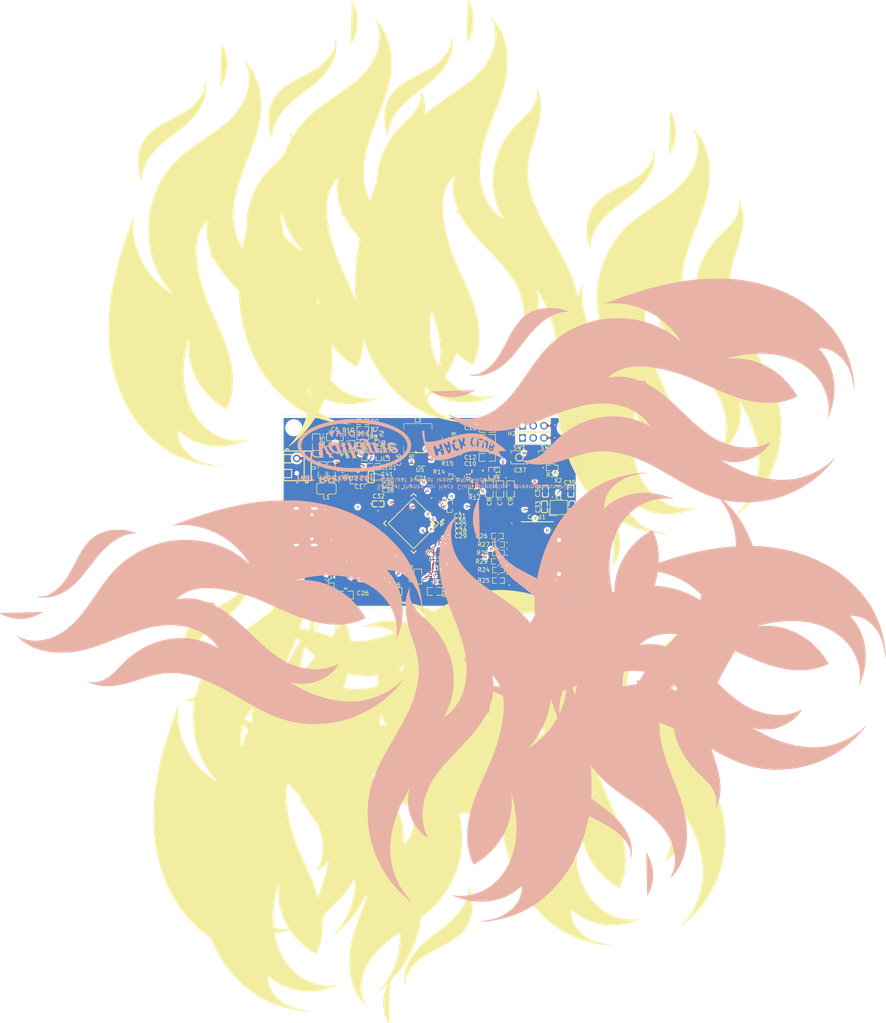
<source format=kicad_pcb>
(kicad_pcb (version 20241229) (generator "pcbnew") (generator_version "9.0")
  (layers (0 "F.Cu" signal) (4 "In1.Cu" signal) (6 "In2.Cu" signal) (2 "B.Cu" signal) (13 "F.Paste" user) (15 "B.Paste" user) (5 "F.SilkS" user "F.Silkscreen") (7 "B.SilkS" user "B.Silkscreen") (1 "F.Mask" user) (3 "B.Mask" user) (25 "Edge.Cuts" user))
  (net 0 "")
  (net 1 "GND")
  (net 2 "Net-(C1-Pad2)")
  (net 3 "VBUS")
  (net 4 "VSYS")
  (net 5 "+BATT")
  (net 6 "/VREGN")
  (net 7 "Net-(U1-Vaux)")
  (net 8 "+5V")
  (net 9 "/BTST")
  (net 10 "Net-(U1-L2)")
  (net 11 "Net-(USB1-CC2)")
  (net 12 "Net-(USB1-CC1)")
  (net 13 "Net-(R3-Pad2)")
  (net 14 "/BQ_INT")
  (net 15 "Net-(U4-TS)")
  (net 16 "Net-(U4-ILIM)")
  (net 17 "+3.3V")
  (net 18 "/BQ_PG")
  (net 19 "Net-(U1-EN)")
  (net 20 "Net-(U1-PG)")
  (net 36 "/BQ_CE")
  (net 38 "Net-(U5-SW)")
  (net 39 "Net-(U5-FB)")
  (net 40 "Net-(C18-Pad1)")
  (net 41 "Net-(U5-CB)")
  (net 42 "Net-(U1-L1)")
  (net 43 "/SDA")
  (net 73 "/<NO NET>")
  (net 75 "/DP")
  (net 77 "/SCL")
  (net 78 "Net-(U4-BTST)")
  (net 79 "Net-(U2-REGOUT)")
  (net 80 "/SD_CMD")
  (net 81 "/SD_DAT1")
  (net 82 "/SD_CLK")
  (net 83 "/SD_CD")
  (net 84 "/SD_DAT2")
  (net 85 "/SD_DAT0")
  (net 86 "/SD_DAT3")
  (net 87 "Net-(U6-VCAP_1)")
  (net 88 "/HSE_OUT")
  (net 89 "/HSE_IN")
  (net 90 "/LSE_OUT")
  (net 91 "/LSE_IN")
  (net 92 "/RESET")
  (net 93 "/SERVO1")
  (net 94 "/SERVO2")
  (net 95 "Net-(U6-VDDA)")
  (net 96 "Net-(LED1-+)")
  (net 97 "Net-(LED1--)")
  (net 98 "/BOOT")
  (net 99 "/ICM_INT")
  (net 100 "/BMP_INT")
  (net 101 "/SD_CS")
  (footprint "Capacitor_SMD:C_0201_0603Metric" (layer "F.Cu") (at 68.2 85.7699)
    (property "Reference" "C23")
    (property "Value" "CL10A105KB8NNNC")
  )
  (footprint "Capacitor_SMD:C_0201_0603Metric" (layer "F.Cu") (at 72.1905 76.4038 180)
    (property "Reference" "C27")
    (property "Value" "CL10A105KB8NNNC")
  )
  (footprint "Capacitor_SMD:C_0402_1005Metric" (layer "F.Cu") (at 47.72 55.6 180)
    (property "Reference" "R10")
    (property "Value" "383")
  )
  (footprint "easyeda2kicad:C0603" (layer "F.Cu") (at 94.1 72.3 -90)
    (property "Reference" "C34")
    (property "Value" "CL10C200JB8NNNC")
  )
  (footprint "easyeda2kicad:LGA-10_L2.0-W2.0-P0.50-TL_BMP581" (layer "F.Cu") (at 58.2 88.7699)
    (property "Reference" "U8")
    (property "Value" "BMP581")
  )
  (footprint "easyeda2kicad:C0805" (layer "F.Cu") (at 50.2 66 180)
    (property "Reference" "C1")
    (property "Value" "CL21A106KAYNNNE")
  )
  (footprint "easyeda2kicad:L2520" (layer "F.Cu") (at 42.6 68)
    (property "Reference" "L1")
    (property "Value" "DFE252012F-1R0M=P2")
  )
  (footprint "easyeda2kicad:R0603" (layer "F.Cu") (at 51.2 88.65 -90)
    (property "Reference" "R20")
    (property "Value" "RC0603FR-074K7L")
  )
  (footprint "easyeda2kicad:C0603" (layer "F.Cu") (at 100.6 72.3 90)
    (property "Reference" "C33")
    (property "Value" "CL10C200JB8NNNC")
  )
  (footprint "Capacitor_SMD:C_0201_0603Metric" (layer "F.Cu") (at 59.2155 68.0038 180)
    (property "Reference" "C38")
    (property "Value" "CL10A105KB8NNNC")
  )
  (footprint "Capacitor_SMD:C_0201_0603Metric" (layer "F.Cu") (at 72.1905 78.4038 180)
    (property "Reference" "C29")
    (property "Value" "CL10A105KB8NNNC")
  )
  (footprint "Capacitor_SMD:C_0201_0603Metric" (layer "F.Cu") (at 49.7 91.65 180)
    (property "Reference" "C26")
    (property "Value" "CL10A105KB8NNNC")
  )
  (footprint "Capacitor_SMD:C_0201_0603Metric" (layer "F.Cu") (at 59.2097 67.0585 180)
    (property "Reference" "C39")
    (property "Value" "CL10A105KB8NNNC")
  )
  (footprint "easyeda2kicad:C0805" (layer "F.Cu") (at 80.6208 58.3364)
    (property "Reference" "C13")
    (property "Value" "CL21A226MAYNNNE")
  )
  (footprint "easyeda2kicad:C0603" (layer "F.Cu") (at 53.2 65.2 -90)
    (property "Reference" "C2")
    (property "Value" "CL10A105KB8NNNC")
  )
  (footprint "easyeda2kicad:R0603" (layer "F.Cu") (at 48.6 58 -90)
    (property "Reference" "R11")
    (property "Value" "RC0603FR-0710KL")
  )
  (footprint "easyeda2kicad:R0603" (layer "F.Cu") (at 51.2 54 180)
    (property "Reference" "R7")
    (property "Value" "RC0603FR-0710KL")
  )
  (footprint "easyeda2kicad:R0603" (layer "F.Cu") (at 83.25 89.7)
    (property "Reference" "R25")
    (property "Value" "RC0603FR-0710KL")
  )
  (footprint "easyeda2kicad:VQFN-HR-15_L3.0-W2.5-P0.50-BL_TPS63070RNMR" (layer "F.Cu") (at 78.42 65.1 90)
    (property "Reference" "U1")
    (property "Value" "TPS63070RNMR")
  )
  (footprint "easyeda2kicad:C0805" (layer "F.Cu") (at 80.6 60.6)
    (property "Reference" "C12")
    (property "Value" "CL21A226MAYNNNE")
  )
  (footprint "easyeda2kicad:FC-135R_L3.2-W1.5" (layer "F.Cu") (at 97.35 68.1)
    (property "Reference" "X2")
    (property "Value" "Q13FC1350000400")
  )
  (footprint "Capacitor_SMD:C_0201_0603Metric" (layer "F.Cu") (at 72.1905 74.4038 180)
    (property "Reference" "C31")
    (property "Value" "CL10A105KB8NNNC")
  )
  (footprint "easyeda2kicad:LGA-24_L4.0-W4.0-P0.50-BL" (layer "F.Cu") (at 47.15 88.9 45)
    (property "Reference" "U2")
    (property "Value" "ICM-20789")
  )
  (footprint "Capacitor_SMD:C_0201_0603Metric" (layer "F.Cu") (at 71.2 88.4499 90)
    (property "Reference" "C22")
    (property "Value" "CL10A105KB8NNNC")
  )
  (footprint "Capacitor_SMD:C_0201_0603Metric" (layer "F.Cu") (at 72.1905 75.4038 180)
    (property "Reference" "C30")
    (property "Value" "CL10A105KB8NNNC")
  )
  (footprint "easyeda2kicad:C0603" (layer "F.Cu") (at 54.8355 71.6038)
    (property "Reference" "C32")
    (property "Value" "CL10A225KO8NNNC")
  )
  (footprint "LOGO" (layer "F.Cu") (at 59.4 118.4 90)
    (property "Reference" "G***")
    (property "Value" "LOGO" (hide yes))
  )
  (footprint "easyeda2kicad:C0805" (layer "F.Cu") (at 81.1 68.1 90)
    (property "Reference" "C8")
    (property "Value" "CL21A106KAYNNNE")
  )
  (footprint "easyeda2kicad:R0805" (layer "F.Cu") (at 58.7 92.2699)
    (property "Reference" "R16")
    (property "Value" "0805W8F2201T5E")
  )
  (footprint "easyeda2kicad:TF-SMD_TF-01A" (layer "F.Cu") (at 92 83.2 90)
    (property "Reference" "Card1")
    (property "Value" "TF-01A")
  )
  (footprint "easyeda2kicad:LGA-10_L2.0-W2.0-P0.50-TL_BMP581" (layer "F.Cu") (at 68.2 88.4899)
    (property "Reference" "U3")
    (property "Value" "BMP581")
  )
  (footprint "easyeda2kicad:R0603" (layer "F.Cu") (at 83.25 83.2)
    (property "Reference" "R28")
    (property "Value" "RC0603FR-0710KL")
  )
  (footprint "Resistor_SMD:R_0201_0603Metric" (layer "F.Cu") (at 68.7125 62.0375)
    (property "Reference" "R15")
    (property "Value" "22K")
  )
  (footprint "easyeda2kicad:C0805" (layer "F.Cu") (at 80.6 56.1)
    (property "Reference" "C14")
    (property "Value" "CL21A226MAYNNNE")
  )
  (footprint "easyeda2kicad:R0805" (layer "F.Cu") (at 64.2 88.7699 90)
    (property "Reference" "R17")
    (property "Value" "0805W8F2201T5E")
  )
  (footprint "easyeda2kicad:USB-C-SMD_TYPE-C-6PIN-2MD-073" (layer "F.Cu") (at 37.8825 77 -90)
    (property "Reference" "USB1")
    (property "Value" "TYPE-C 16PIN 2MD(073)")
  )
  (footprint "Capacitor_SMD:C_0201_0603Metric" (layer "F.Cu") (at 72.1905 77.4038 180)
    (property "Reference" "C28")
    (property "Value" "CL10A105KB8NNNC")
  )
  (footprint "easyeda2kicad:C0805" (layer "F.Cu") (at 40.2 57 90)
    (property "Reference" "C25")
    (property "Value" "CL21A226MAYNNNE")
  )
  (footprint "easyeda2kicad:CONN-TH_DB301V-3.5-2P-GN" (layer "F.Cu") (at 35.6 62.6 -90)
    (property "Reference" "U7")
    (property "Value" "DB301V-3.5-2P-GN")
  )
  (footprint "easyeda2kicad:C0805" (layer "F.Cu") (at 83.6 68.1 90)
    (property "Reference" "C7")
    (property "Value" "CL21A106KAYNNNE")
  )
  (footprint "easyeda2kicad:R0603" (layer "F.Cu") (at 95.95 63.1)
    (property "Reference" "R30")
    (property "Value" "RC0603FR-0710KL")
  )
  (footprint "easyeda2kicad:R0603" (layer "F.Cu") (at 83 85.2)
    (property "Reference" "R29")
    (property "Value" "RC0603FR-0710KL")
  )
  (footprint "easyeda2kicad:R0603" (layer "F.Cu") (at 81.6 64.35 90)
    (property "Reference" "R13")
    (property "Value" "RC0603FR-0710KL")
  )
  (footprint "easyeda2kicad:R0603" (layer "F.Cu") (at 55 60 90)
    (property "Reference" "R6")
    (property "Value" "RC0603FR-0710KL")
  )
  (footprint "Capacitor_SMD:C_0201_0603Metric" (layer "F.Cu") (at 78.92 62.6)
    (property "Reference" "C10")
    (property "Value" "CL10A105KB8NNNC")
  )
  (footprint "LOGO" (layer "F.Cu") (at 38.8 141.6)
    (property "Reference" "G***")
    (property "Value" "LOGO" (hide yes))
  )
  (footprint "easyeda2kicad:HDR-TH_3P-P2.54-V-M-1" (layer "F.Cu") (at 91.4663 53.1321)
    (property "Reference" "H1")
    (property "Value" "HX PH254-01-03-Z-L11.5 PCB PIN HEADER")
  )
  (footprint "Inductor_SMD:L_1008_2520Metric" (layer "F.Cu") (at 74.1 65.1 90)
    (property "Reference" "L2")
    (property "Value" "1.5uH")
  )
  (footprint "LOGO" (layer "F.Cu") (at 28.2 128.2)
    (property "Reference" "G***")
    (property "Value" "LOGO" (hide yes))
  )
  (footprint "easyeda2kicad:R0805" (layer "F.Cu") (at 54.7 88.7699 90)
    (property "Reference" "R19")
    (property "Value" "0805W8F2201T5E")
  )
  (footprint "Inductor_SMD:L_Changjiang_FXL0630" (layer "F.Cu") (at 64.2125 56.0375)
    (property "Reference" "L3")
    (property "Value" "5.6uH")
  )
  (footprint "easyeda2kicad:C0603" (layer "F.Cu") (at 94.35 68.6 -90)
    (property "Reference" "C36")
    (property "Value" "0603CG6R8C500NT")
  )
  (footprint "easyeda2kicad:HDR-TH_3P-P2.54-V-M-1" (layer "F.Cu") (at 91.46 56)
    (property "Reference" "H2")
    (property "Value" "HX PH254-01-03-Z-L11.5 PCB PIN HEADER")
  )
  (footprint "easyeda2kicad:VQFN-24_L4.0-W4.0-P0.50-TL-EP2.7" (layer "F.Cu") (at 48.25 62.09 180)
    (property "Reference" "U4")
    (property "Value" "BQ25883RGET")
  )
  (footprint "easyeda2kicad:CRYSTAL-SMD_4P-L3.2-W2.5-BL" (layer "F.Cu") (at 97.5 72.45)
    (property "Reference" "X1")
    (property "Value" "X322525MOB4SI")
  )
  (footprint "easyeda2kicad:R0603" (layer "F.Cu") (at 43.7763 91.6728 90)
    (property "Reference" "R21")
    (property "Value" "RC0603FR-074K7L")
  )
  (footprint "easyeda2kicad:C0805" (layer "F.Cu") (at 43.8 63.6 90)
    (property "Reference" "C3")
    (property "Value" "CL21A226MAYNNNE")
  )
  (footprint "easyeda2kicad:SW-SMD_L3.9-W3.0-P4.45" (layer "F.Cu") (at 88.2 60.6)
    (property "Reference" "SW1")
    (property "Value" "TS-1088-AR02016")
  )
  (footprint "LOGO" (layer "F.Cu") (at 17.6 12.8)
    (property "Reference" "G***")
    (property "Value" "LOGO" (hide yes))
  )
  (footprint "easyeda2kicad:LQFP-64_L10.0-W10.0-P0.50-LS12.0-BL" (layer "F.Cu") (at 63.2 76.2 135)
    (property "Reference" "U6")
    (property "Value" "STM32F722RET6")
  )
  (footprint "Resistor_SMD:R_0201_0603Metric" (layer "F.Cu") (at 67.2125 63.8825 90)
    (property "Reference" "R14")
    (property "Value" "100K")
  )
  (footprint "easyeda2kicad:C0805" (layer "F.Cu") (at 44.6 55.8)
    (property "Reference" "C6")
    (property "Value" "CL21A106KAYNNNE")
  )
  (footprint "Capacitor_SMD:C_0805_2012Metric" (layer "F.Cu") (at 69.7125 59.5375 180)
    (property "Reference" "C18")
    (property "Value" "CL21A226MAYNNNE")
  )
  (footprint "easyeda2kicad:R0603" (layer "F.Cu") (at 51.2 52.2 180)
    (property "Reference" "R9")
    (property "Value" "RC0603FR-0730KL")
  )
  (footprint "easyeda2kicad:R0805" (layer "F.Cu") (at 47.2 93.15)
    (property "Reference" "R22")
    (property "Value" "0805W8F2201T5E")
  )
  (footprint "LOGO" (layer "F.Cu") (at 75.8 2.4)
    (property "Reference" "G***")
    (property "Value" "LOGO" (hide yes))
  )
  (footprint "easyeda2kicad:R0603" (layer "F.Cu") (at 53.2 58.75 90)
    (property "Reference" "R3")
    (property "Value" "RC0603FR-0710KL")
  )
  (footprint "Capacitor_SMD:C_0201_0603Metric" (layer "F.Cu") (at 61.2 88.2699 90)
    (property "Reference" "C17")
    (property "Value" "CL10A105KB8NNNC")
  )
  (footprint "Capacitor_SMD:C_0805_2012Metric" (layer "F.Cu") (at 70.7125 56.0375 90)
    (property "Reference" "C19")
    (property "Value" "CL21A226MAYNNNE")
  )
  (footprint "easyeda2kicad:R0603" (layer "F.Cu") (at 51.6 60 90)
    (property "Reference" "R5")
    (property "Value" "RC0603FR-0710KL")
  )
  (footprint "Capacitor_SMD:C_0201_0603Metric" (layer "F.Cu") (at 58.2 85.7699)
    (property "Reference" "C20")
    (property "Value" "CL10A105KB8NNNC")
  )
  (footprint "easyeda2kicad:R0603" (layer "F.Cu") (at 83.25 81.2)
    (property "Reference" "R27")
    (property "Value" "RC0603FR-0710KL")
  )
  (footprint "easyeda2kicad:C0805" (layer "F.Cu") (at 86.1 68.1 -90)
    (property "Reference" "C9")
    (property "Value" "CL21A106KAYNNNE")
  )
  (footprint "easyeda2kicad:LED0603-FD" (layer "F.Cu") (at 53.8 62.8 180)
    (property "Reference" "LED1")
    (property "Value" "YLED0603R")
  )
  (footprint "easyeda2kicad:SOT-23-6_L2.9-W1.6-P0.95-LS2.8-BL" (layer "F.Cu") (at 65.0625 61.0875 -90)
    (property "Reference" "U5")
    (property "Value" "LMR51430XDDCR")
  )
  (footprint "easyeda2kicad:L0603" (layer "F.Cu") (at 71.7355 72.2038 -90)
    (property "Reference" "L4")
    (property "Value" "FCM1608KF-601T03")
  )
  (footprint "LOGO" (layer "F.Cu") (at 57.6 144.4 180)
    (property "Reference" "G***")
    (property "Value" "LOGO" (hide yes))
  )
  (footprint "easyeda2kicad:C0805" (layer "F.Cu") (at 41.6 63.6 90)
    (property "Reference" "C4")
    (property "Value" "CL21A226MAYNNNE")
  )
  (footprint "easyeda2kicad:R0603" (layer "F.Cu") (at 77.6 68.6)
    (property "Reference" "R12")
    (property "Value" "RC0603FR-0710KL")
  )
  (footprint "Capacitor_SMD:C_0201_0603Metric" (layer "F.Cu") (at 60.705 61.2143 90)
    (property "Reference" "C16")
    (property "Value" "CL10A105KB8NNNC")
  )
  (footprint "Capacitor_SMD:C_0201_0603Metric" (layer "F.Cu") (at 59.1905 66.2038 180)
    (property "Reference" "C40")
    (property "Value" "CL10A105KB8NNNC")
  )
  (footprint "easyeda2kicad:SW-SMD_L3.9-W3.0-P4.45" (layer "F.Cu") (at 94.7 60.6)
    (property "Reference" "SW2")
    (property "Value" "TS-1088-AR02016")
  )
  (footprint "Capacitor_SMD:C_0201_0603Metric" (layer "F.Cu") (at 88.38 62.6 180)
    (property "Reference" "C37")
    (property "Value" "CL10A105KB8NNNC")
  )
  (footprint "Capacitor_SMD:C_0201_0603Metric" (layer "F.Cu") (at 64.8925 64.5375)
    (property "Reference" "C21")
    (property "Value" "CL10A105KB8NNNC")
  )
  (footprint "Capacitor_SMD:C_0201_0603Metric" (layer "F.Cu") (at 59.3355 65.4038 180)
    (property "Reference" "C41")
    (property "Value" "CL10A105KB8NNNC")
  )
  (footprint "easyeda2kicad:R0805" (layer "F.Cu") (at 43.9929 86.3571 45)
    (property "Reference" "R23")
    (property "Value" "0805W8F2201T5E")
  )
  (footprint "easyeda2kicad:R0603" (layer "F.Cu") (at 83.25 87.2)
    (property "Reference" "R24")
    (property "Value" "RC0603FR-0710KL")
  )
  (footprint "Capacitor_SMD:C_0201_0603Metric" (layer "F.Cu") (at 49.2 85.65 180)
    (property "Reference" "C24")
    (property "Value" "CL10A105KB8NNNC")
  )
  (footprint "LOGO" (layer "F.Cu") (at 48.4 2.8)
    (property "Reference" "G***")
    (property "Value" "LOGO" (hide yes))
  )
  (footprint "easyeda2kicad:R0603" (layer "F.Cu") (at 51.2 55.8 180)
    (property "Reference" "R8")
    (property "Value" "FRC0603F5101TS")
  )
  (footprint "easyeda2kicad:R0603" (layer "F.Cu") (at 56.8 60 90)
    (property "Reference" "R4")
    (property "Value" "RC0603FR-0710KL")
  )
  (footprint "LOGO" (layer "F.Cu") (at 110.4 126)
    (property "Reference" "G***")
    (property "Value" "LOGO" (hide yes))
  )
  (footprint "easyeda2kicad:R0603" (layer "F.Cu") (at 83 79.2)
    (property "Reference" "R26")
    (property "Value" "RC0603FR-0710KL")
  )
  (footprint "easyeda2kicad:R0603" (layer "F.Cu") (at 42.3825 79 -90)
    (property "Reference" "R1")
    (property "Value" "FRC0603F5101TS")
  )
  (footprint "easyeda2kicad:R0805" (layer "F.Cu") (at 68.2 92.2699)
    (property "Reference" "R18")
    (property "Value" "0805W8F2201T5E")
  )
  (footprint "easyeda2kicad:R0603" (layer "F.Cu") (at 42.3825 75 90)
    (property "Reference" "R2")
    (property "Value" "FRC0603F5101TS")
  )
  (footprint "easyeda2kicad:C0603" (layer "F.Cu") (at 100.3495 68.5849 -90)
    (property "Reference" "C35")
    (property "Value" "0603CG6R8C500NT")
  )
  (footprint "LOGO" (layer "F.Cu") (at 123.6 28.8)
    (property "Reference" "G***")
    (property "Value" "LOGO" (hide yes))
  )
  (footprint "easyeda2kicad:C0805" (layer "F.Cu") (at 80.6208 53.7697)
    (property "Reference" "C11")
    (property "Value" "CL21A106KAYNNNE")
  )
  (footprint "Capacitor_SMD:C_0201_0603Metric" (layer "F.Cu") (at 61.7125 61.2175 -90)
    (property "Reference" "C15")
    (property "Value" "CL10A105KB8NNNC")
  )
  (footprint "easyeda2kicad:C0805" (layer "F.Cu") (at 44.6 58.8)
    (property "Reference" "C5")
    (property "Value" "CL21A106KAYNNNE")
  )
  (footprint "LOGO" (layer "B.Cu") (at 15.4 97.2 -90)
    (property "Reference" "G***")
    (property "Value" "LOGO" (hide yes))
  )
  (footprint "LOGO" (layer "B.Cu") (at 118.2 114.2)
    (property "Reference" "G***")
    (property "Value" "LOGO" (hide yes))
  )
  (footprint "LOGO" (layer "B.Cu") (at 117.4 44.8 -90)
    (property "Reference" "G***")
    (property "Value" "LOGO" (hide yes))
  )
  (footprint "LOGO" (layer "B.Cu") (at 124.8 108 -90)
    (property "Reference" "G***")
    (property "Value" "LOGO" (hide yes))
  )
  (footprint "LOGO" (layer "B.Cu") (at 75.2 57.8)
    (property "Reference" "G***" (hide yes))
    (property "Value" "LOGO" (hide yes))
  )
  (footprint "LOGO" (layer "B.Cu") (at 50.025173 56.914766)
    (property "Reference" "G***" (hide yes))
    (property "Value" "LOGO" (hide yes))
  )
  (footprint "LOGO" (layer "B.Cu") (at 78.8 120.4 180)
    (property "Reference" "G***")
    (property "Value" "LOGO" (hide yes))
  )
  (gr_circle (center 34.9 53.6) (end 36.4 53.6) (stroke (width 0.05)) (fill no) (layer "Edge.Cuts"))
  (gr_circle (center 99.2 93.4) (end 100.7 93.4) (stroke (width 0.05)) (fill no) (layer "Edge.Cuts"))
  (gr_circle (center 99 53.6) (end 100.5 53.6) (stroke (width 0.05)) (fill no) (layer "Edge.Cuts"))
  (gr_circle (center 35.1 93.4) (end 36.6 93.4) (stroke (width 0.05)) (fill no) (layer "Edge.Cuts"))
  (gr_rect (start 32 50.8) (end 102 96.2) (stroke (width 0.05)) (fill no) (layer "Edge.Cuts"))
  (gr_text "Ivar Haakansson" (at 35.4 64.8 180) (layer "B.SilkS") (effects (font (size 1.5 1.5) (thickness 0.3) (bold yes)) (justify left bottom mirror)))
  (gr_text "Special thanks to: Hack Club foundation, @rasmushauschild,\n and last but not least @NotARoomba" (at 54.4 65.4 180) (layer "B.SilkS") (effects (font (size 1 1)) (justify left bottom mirror)))
  (segment (start 86.1 67.1) (end 83.6 67.1) (width 0.6) (layer "F.Cu") (net 1))
  (segment (start 78.7642 64.5881) (end 78.2523 65.1) (width 0.2) (layer "F.Cu") (net 1))
  (segment (start 68.5865 76.9903) (end 69.564 77.9678) (width 0.2) (layer "F.Cu") (net 1))
  (segment (start 85 65.4) (end 84.8 65.6) (width 0.2) (layer "F.Cu") (net 1))
  (segment (start 43.8 64.6) (end 46.4 64.6) (width 0.6) (layer "F.Cu") (net 1))
  (segment (start 61.7093 60.8943) (end 61.7125 60.8975) (width 0.2) (layer "F.Cu") (net 1))
  (segment (start 60 87) (end 60.9899 87.9899) (width 0.2) (layer "F.Cu") (net 1))
  (segment (start 45.6 58.8) (end 45.6 59.7767) (width 0.2) (layer "F.Cu") (net 1))
  (segment (start 42.3825 74.25) (end 41.9325 73.8) (width 0.4) (layer "F.Cu") (net 1))
  (segment (start 95.3 69.3) (end 96 70) (width 0.2) (layer "F.Cu") (net 1))
  (segment (start 42.3825 79.75) (end 41.9325 80.2) (width 0.4) (layer "F.Cu") (net 1))
  (segment (start 39.7125 81.32) (end 35.5025 81.32) (width 0.4) (layer "F.Cu") (net 1))
  (segment (start 47.5 63.3833) (end 47.5 64) (width 0.2) (layer "F.Cu") (net 1))
  (segment (start 57.5691 90.2255) (end 57.7 90.0946) (width 0.2) (layer "F.Cu") (net 1))
  (segment (start 60.4266 68.0038) (end 60.458 68.0352) (width 0.2) (layer "F.Cu") (net 1))
  (segment (start 72.8443 76.07) (end 72.5105 76.4038) (width 0.2) (layer "F.Cu") (net 1))
  (segment (start 84.8 65.9) (end 83.6 67.1) (width 0.2) (layer "F.Cu") (net 1))
  (segment (start 97.28 90.96) (end 96.719 90.399) (width 0.2) (layer "F.Cu") (net 1))
  (segment (start 67.4551 70.186) (end 67.1586 70.186) (width 0.2) (layer "F.Cu") (net 1))
  (segment (start 92.0657 67.0916) (end 93.8 65.3573) (width 0.2) (layer "F.Cu") (net 1))
  (segment (start 99.6344 70) (end 100.349 69.2849) (width 0.2) (layer "F.Cu") (net 1))
  (segment (start 42.4 73) (end 42.4 74.2325) (width 0.2) (layer "F.Cu") (net 1))
  (segment (start 79.6 58.35) (end 79.6 56.1) (width 0.2) (layer "F.Cu") (net 1))
  (segment (start 67.1586 70.186) (end 66.9489 69.9762) (width 0.2) (layer "F.Cu") (net 1))
  (segment (start 53.0884 71.6038) (end 53.0553 71.5707) (width 0.2) (layer "F.Cu") (net 1))
  (segment (start 60.458 68.8618) (end 61.4322 69.836) (width 0.2) (layer "F.Cu") (net 1))
  (segment (start 59.7862 66.802) (end 59.5297 67.0585) (width 0.2) (layer "F.Cu") (net 1))
  (segment (start 61.7125 60.8975) (end 62.4725 60.1375) (width 0.2) (layer "F.Cu") (net 1))
  (segment (start 55.6038 73.2) (end 56.836 74.4322) (width 0.2) (layer "F.Cu") (net 1))
  (segment (start 42.3825 79.75) (end 43.55 79.75) (width 0.4) (layer "F.Cu") (net 1))
  (segment (start 79.6 58.35) (end 79.6072 58.35) (width 0.2) (layer "F.Cu") (net 1))
  (segment (start 43.55 79.75) (end 43.8 80) (width 0.4) (layer "F.Cu") (net 1))
  (segment (start 62.1307 70.5345) (end 61.4322 69.836) (width 0.2) (layer "F.Cu") (net 1))
  (segment (start 51.95 54) (end 51.95 52.2) (width 0.2) (layer "F.Cu") (net 1))
  (segment (start 88.02 62.6) (end 86.02 60.6) (width 0.2) (layer "F.Cu") (net 1))
  (segment (start 60.705 60.8943) (end 61.7093 60.8943) (width 0.2) (layer "F.Cu") (net 1))
  (segment (start 81.1 67.1) (end 79.54 67.1) (width 0.4) (layer "F.Cu") (net 1))
  (segment (start 47 63.5878) (end 47.2045 63.3833) (width 0.2) (layer "F.Cu") (net 1))
  (segment (start 94.1 71.6) (end 96.4 71.6) (width 0.2) (layer "F.Cu") (net 1))
  (segment (start 51.3 65.9) (end 51.2 66) (width 0.2) (layer "F.Cu") (net 1))
  (segment (start 35.5025 72.68) (end 39.7125 72.68) (width 0.2) (layer "F.Cu") (net 1))
  (segment (start 78.2 52.8) (end 78.6512 52.8) (width 0.2) (layer "F.Cu") (net 1))
  (segment (start 96.6 53) (end 96.4679 53.1321) (width 0.2) (layer "F.Cu") (net 1))
  (segment (start 78.49 63.65) (end 78.49 64.3017) (width 0.2) (layer "F.Cu") (net 1))
  (segment (start 47.931 51.469) (end 51.219 51.469) (width 0.2) (layer "F.Cu") (net 1))
  (segment (start 78.7642 64.35) (end 79.44 64.35) (width 0.2) (layer "F.Cu") (net 1))
  (segment (start 87.671 76.381) (end 87.671 87.061) (width 0.2) (layer "F.Cu") (net 1))
  (segment (start 78.6 62.6) (end 78.49 62.71) (width 0.2) (layer "F.Cu") (net 1))
  (segment (start 47 63.5878) (end 47 63.34) (width 0.2) (layer "F.Cu") (net 1))
  (segment (start 58.52 84.48) (end 59.2 83.8) (width 0.2) (layer "F.Cu") (net 1))
  (segment (start 79.54 67.1) (end 78.99 66.55) (width 0.25) (layer "F.Cu") (net 1))
  (segment (start 66.0284 70.8967) (end 64.0538 72.8713) (width 0.2) (layer "F.Cu") (net 1))
  (segment (start 68.52 87.5299) (end 68.7 87.7099) (width 0.2) (layer "F.Cu") (net 1))
  (segment (start 85.96 90.96) (end 85.8 90.8) (width 0.2) (layer "F.Cu") (net 1))
  (segment (start 98.6 73.3) (end 100.3 73.3) (width 0.2) (layer "F.Cu") (net 1))
  (segment (start 84.2 60.6) (end 86.02 60.6) (width 0.2) (layer "F.Cu") (net 1))
  (segment (start 57.7 90.0946) (end 57.7 89.5499) (width 0.2) (layer "F.Cu") (net 1))
  (segment (start 88.06 62.6) (end 87.8 62.6) (width 0.2) (layer "F.Cu") (net 1))
  (segment (start 74.1805 75.371) (end 73.2109 75.371) (width 0.2) (layer "F.Cu") (net 1))
  (segment (start 47 63.34) (end 48.25 62.09) (width 0.2) (layer "F.Cu") (net 1))
  (segment (start 98.6 73.3) (end 98.6 74.12) (width 0.2) (layer "F.Cu") (net 1))
  (segment (start 41.9325 80.2) (end 40.8125 81.32) (width 0.4) (layer "F.Cu") (net 1))
  (segment (start 45.8435 59.7767) (end 46.0454 59.9786) (width 0.2) (layer "F.Cu") (net 1))
  (segment (start 61.16 87.9899) (end 61.2 87.9499) (width 0.2) (layer "F.Cu") (net 1))
  (segment (start 41.9325 73.8) (end 40.8125 72.68) (width 0.4) (layer "F.Cu") (net 1))
  (segment (start 62.4725 60.1375) (end 63.1827 60.1375) (width 0.2) (layer "F.Cu") (net 1))
  (segment (start 78.7159 64.3017) (end 78.7642 64.35) (width 0.2) (layer "F.Cu") (net 1))
  (segment (start 59.2 83.8) (end 60.1962 83.8) (width 0.2) (layer "F.Cu") (net 1))
  (segment (start 42.4 74.2325) (end 42.3825 74.25) (width 0.2) (layer "F.Cu") (net 1))
  (segment (start 62.8589 60.4613) (end 62.8589 60.7158) (width 0.2) (layer "F.Cu") (net 1))
  (segment (start 43.6 55.8) (end 47.931 51.469) (width 0.2) (layer "F.Cu") (net 1))
  (segment (start 96.4 71.6) (end 96.4 70.4) (width 0.2) (layer "F.Cu") (net 1))
  (segment (start 43.8 64.6) (end 41.6 64.6) (width 0.6) (layer "F.Cu") (net 1))
  (segment (start 72.8443 75.7376) (end 72.5105 75.4038) (width 0.2) (layer "F.Cu") (net 1))
  (segment (start 79.6072 58.35) (end 79.6208 58.3364) (width 0.2) (layer "F.Cu") (net 1))
  (segment (start 35.6 66.6) (end 35.6 64.35) (width 0.2) (layer "F.Cu") (net 1))
  (segment (start 58.52 85.7699) (end 58.52 87) (width 0.2) (layer "F.Cu") (net 1))
  (segment (start 93.9 63.1) (end 93.8 63) (width 0.2) (layer "F.Cu") (net 1))
  (segment (start 51.6 67.4) (end 51.6 66.4) (width 0.2) (layer "F.Cu") (net 1))
  (segment (start 69.6 87) (end 69.4099 87) (width 0.2) (layer "F.Cu") (net 1))
  (segment (start 83.6 67.1) (end 81.1 67.1) (width 0.6) (layer "F.Cu") (net 1))
  (segment (start 41.9325 80.2) (end 40.2625 80.2) (width 0.4) (layer "F.Cu") (net 1))
  (segment (start 40.8125 72.68) (end 39.7125 72.68) (width 0.4) (layer "F.Cu") (net 1))
  (segment (start 51.6 66.4) (end 51.2 66) (width 0.2) (layer "F.Cu") (net 1))
  (segment (start 72.5105 74.4038) (end 73.3454 73.5689) (width 0.2) (layer "F.Cu") (net 1))
  (segment (start 86.72 86.46) (end 87.07 86.46) (width 0.2) (layer "F.Cu") (net 1))
  (segment (start 96.719 89.63) (end 96.719 76.001) (width 0.2) (layer "F.Cu") (net 1))
  (segment (start 87.671 90.859) (end 87.57 90.96) (width 0.2) (layer "F.Cu") (net 1))
  (segment (start 49 55.6) (end 49.2 55.8) (width 0.2) (layer "F.Cu") (net 1))
  (segment (start 60.9899 87.9899) (end 61.16 87.9899) (width 0.2) (layer "F.Cu") (net 1))
  (segment (start 78.2523 65.1) (end 77.6 65.1) (width 0.2) (layer "F.Cu") (net 1))
  (segment (start 100.3 73.3) (end 100.6 73) (width 0.2) (layer "F.Cu") (net 1))
  (segment (start 47.4 85.2) (end 48.43 85.2) (width 0.2) (layer "F.Cu") (net 1))
  (segment (start 87.57 90.96) (end 85.96 90.96) (width 0.2) (layer "F.Cu") (net 1))
  (segment (start 43.6 55.8) (end 42.5933 55.8) (width 0.2) (layer "F.Cu") (net 1))
  (segment (start 71.2 88.1299) (end 70.78 87.7099) (width 0.2) (layer "F.Cu") (net 1))
  (segment (start 41.9325 73.8) (end 40.2625 73.8) (width 0.4) (layer "F.Cu") (net 1))
  (segment (start 96.6 56) (end 94 56) (width 0.6) (layer "F.Cu") (net 1))
  (segment (start 47.6158 89.7193) (end 48.4228 90.5263) (width 0.2) (layer "F.Cu") (net 1))
  (segment (start 60 87) (end 58.52 87) (width 0.2) (layer "F.Cu") (net 1))
  (segment (start 70.78 87.7099) (end 68.7 87.7099) (width 0.2) (layer "F.Cu") (net 1))
  (segment (start 41.9444 55.1511) (end 41.8902 55.1511) (width 0.2) (layer "F.Cu") (net 1))
  (segment (start 98.6 74.12) (end 97.28 75.44) (width 0.2) (layer "F.Cu") (net 1))
  (segment (start 60.2764 65.4038) (end 59.6555 65.4038) (width 0.2) (layer "F.Cu") (net 1))
  (segment (start 96.4 70.4) (end 96 70) (width 0.2) (layer "F.Cu") (net 1))
  (segment (start 53.2 65.9) (end 51.3 65.9) (width 0.2) (layer "F.Cu") (net 1))
  (segment (start 96 70) (end 99.6344 70) (width 0.2) (layer "F.Cu") (net 1))
  (segment (start 42.5933 55.8) (end 41.9444 55.1511) (width 0.2) (layer "F.Cu") (net 1))
  (segment (start 59.7862 66.802) (end 59.7862 66.4795) (width 0.2) (layer "F.Cu") (net 1))
  (segment (start 59.7862 66.802) (end 62.0469 66.802) (width 0.2) (layer "F.Cu") (net 1))
  (segment (start 47 64) (end 47 63.5878) (width 0.2) (layer "F.Cu") (net 1))
  (segment (start 47.2045 63.3833) (end 47.5 63.3833) (width 0.2) (layer "F.Cu") (net 1))
  (segment (start 96.4679 53.1321) (end 94.0063 53.1321) (width 0.6) (layer "F.Cu") (net 1))
  (segment (start 79.6 60.6) (end 79.6 58.35) (width 0.2) (layer "F.Cu") (net 1))
  (segment (start 35.5025 66.6975) (end 35.5025 72.68) (width 0.2) (layer "F.Cu") (net 1))
  (segment (start 86.48 76.28) (end 86.4 76.2) (width 0.2) (layer "F.Cu") (net 1))
  (segment (start 45.6 59.7767) (end 45.8435 59.7767) (width 0.2) (layer "F.Cu") (net 1))
  (segment (start 48.2 55.6) (end 49 55.6) (width 0.2) (layer "F.Cu") (net 1))
  (segment (start 67.575 90.0224) (end 67.7 89.8974) (width 0.2) (layer "F.Cu") (net 1))
  (segment (start 96.719 76.001) (end 97.28 75.44) (width 0.2) (layer "F.Cu") (net 1))
  (segment (start 58.52 87) (end 58.52 87.8099) (width 0.2) (layer "F.Cu") (net 1))
  (segment (start 62.1307 72.4754) (end 62.1307 70.5345) (width 0.2) (layer "F.Cu") (net 1))
  (segment (start 68.52 85.7699) (end 68.52 87.5299) (width 0.2) (layer "F.Cu") (net 1))
  (segment (start 87.57 76.28) (end 96.44 76.28) (width 0.2) (layer "F.Cu") (net 1))
  (segment (start 54.1355 71.6038) (end 53.0884 71.6038) (width 0.2) (layer "F.Cu") (net 1))
  (segment (start 58.52 87.8099) (end 58.7 87.9899) (width 0.2) (layer "F.Cu") (net 1))
  (segment (start 47.6158 89.1408) (end 47.6158 89.7193) (width 0.2) (layer "F.Cu") (net 1))
  (segment (start 35.85 64.6) (end 35.6 64.35) (width 0.6) (layer "F.Cu") (net 1))
  (segment (start 72.8443 75.7376) (end 72.8443 76.07) (width 0.2) (layer "F.Cu") (net 1))
  (segment (start 48.88 85.65) (end 48.6322 85.65) (width 0.2) (layer "F.Cu") (net 1))
  (segment (start 94.35 69.3) (end 95.3 69.3) (width 0.2) (layer "F.Cu") (net 1))
  (segment (start 88.06 62.6) (end 88.02 62.6) (width 0.2) (layer "F.Cu") (net 1))
  (segment (start 88.06 63.5837) (end 91.5679 67.0916) (width 0.2) (layer "F.Cu") (net 1))
  (segment (start 59.5355 68.0038) (end 60.4266 68.0038) (width 0.2) (layer "F.Cu") (net 1))
  (segment (start 72.5105 77.4038) (end 72.5105 78.4038) (width 0.2) (layer "F.Cu") (net 1))
  (segment (start 48.43 85.2) (end 48.88 85.65) (width 0.2) (layer "F.Cu") (net 1))
  (segment (start 87.07 86.46) (end 87.671 87.061) (width 0.2) (layer "F.Cu") (net 1))
  (segment (start 78.7642 64.35) (end 78.7642 64.5881) (width 0.2) (layer "F.Cu") (net 1))
  (segment (start 96.44 76.28) (end 96.719 76.001) (width 0.2) (layer "F.Cu") (net 1))
  (segment (start 60.5168 65.6442) (end 60.2764 65.4038) (width 0.2) (layer "F.Cu") (net 1))
  (segment (start 60.1962 83.8) (end 61.4322 82.564) (width 0.2) (layer "F.Cu") (net 1))
  (segment (start 91.5679 67.0916) (end 92.0657 67.0916) (width 0.2) (layer "F.Cu") (net 1))
  (segment (start 40.8125 81.32) (end 39.7125 81.32) (width 0.4) (layer "F.Cu") (net 1))
  (segment (start 78.49 62.71) (end 78.49 63.65) (width 0.2) (layer "F.Cu") (net 1))
  (segment (start 83.6 67.1) (end 81.1 67.1) (width 0.2) (layer "F.Cu") (net 1))
  (segment (start 73.2657 77.4038) (end 72.5105 77.4038) (width 0.2) (layer "F.Cu") (net 1))
  (segment (start 68.5865 76.7801) (end 68.5865 76.9903) (width 0.2) (layer "F.Cu") (net 1))
  (segment (start 64.0538 72.8713) (end 62.5267 72.8713) (width 0.2) (layer "F.Cu") (net 1))
  (segment (start 59.7862 66.4795) (end 59.5105 66.2038) (width 0.2) (layer "F.Cu") (net 1))
  (segment (start 60.458 68.0352) (end 60.458 68.8618) (width 0.2) (layer "F.Cu") (net 1))
  (segment (start 78.49 64.3017) (end 78.7159 64.3017) (width 0.2) (layer "F.Cu") (net 1))
  (segment (start 58.7 87.9899) (end 58.2 87.9899) (width 0.2) (layer "F.Cu") (net 1))
  (segment (start 79.6 53.7905) (end 79.6208 53.7697) (width 0.2) (layer "F.Cu") (net 1))
  (segment (start 35.6 66.6) (end 35.5025 66.6975) (width 0.2) (layer "F.Cu") (net 1))
  (segment (start 46.4 64.6) (end 47 64) (width 0.6) (layer "F.Cu") (net 1))
  (segment (start 58.52 85.7699) (end 58.52 84.48) (width 0.2) (layer "F.Cu") (net 1))
  (segment (start 69.4099 87) (end 68.7 87.7099) (width 0.2) (layer "F.Cu") (net 1))
  (segment (start 73.3454 73.5689) (end 74.099 73.5689) (width 0.2) (layer "F.Cu") (net 1))
  (segment (start 63.1827 60.1375) (end 63.9125 60.1375) (width 0.2) (layer "F.Cu") (net 1))
  (segment (start 79.6 60.6) (end 78.6 61.6) (width 0.2) (layer "F.Cu") (net 1))
  (segment (start 54.8 73.2) (end 55.6038 73.2) (width 0.2) (layer "F.Cu") (net 1))
  (segment (start 93.8 65.3573) (end 93.8 63) (width 0.2) (layer "F.Cu") (net 1))
  (segment (start 87.57 76.28) (end 87.671 76.381) (width 0.2) (layer "F.Cu") (net 1))
  (segment (start 41.6 64.6) (end 35.85 64.6) (width 0.6) (layer "F.Cu") (net 1))
  (segment (start 78.6512 52.8) (end 79.6208 53.7697) (width 0.2) (layer "F.Cu") (net 1))
  (segment (start 68.7 87.7099) (end 68.2 87.7099) (width 0.2) (layer "F.Cu") (net 1))
  (segment (start 67.7 89.8974) (end 67.7 89.2699) (width 0.2) (layer "F.Cu") (net 1))
  (segment (start 48.6322 85.65) (end 47.7157 86.5665) (width 0.2) (layer "F.Cu") (net 1))
  (segment (start 49.38 91.4836) (end 48.4228 90.5263) (width 0.2) (layer "F.Cu") (net 1))
  (segment (start 84.8 65.6) (end 84.8 65.9) (width 0.2) (layer "F.Cu") (net 1))
  (segment (start 66.9489 69.9762) (end 66.0284 70.8967) (width 0.2) (layer "F.Cu") (net 1))
  (segment (start 87.8 62.6) (end 85 65.4) (width 0.2) (layer "F.Cu") (net 1))
  (segment (start 73.2109 75.371) (end 72.8443 75.7376) (width 0.2) (layer "F.Cu") (net 1))
  (segment (start 87.57 76.28) (end 86.48 76.28) (width 0.2) (layer "F.Cu") (net 1))
  (segment (start 63.1827 60.1375) (end 62.8589 60.4613) (width 0.2) (layer "F.Cu") (net 1))
  (segment (start 51.219 51.469) (end 51.95 52.2) (width 0.2) (layer "F.Cu") (net 1))
  (segment (start 62.0469 66.802) (end 62.393 67.1481) (width 0.2) (layer "F.Cu") (net 1))
  (segment (start 78.6 61.6) (end 78.6 62.6) (width 0.2) (layer "F.Cu") (net 1))
  (segment (start 96.719 90.399) (end 96.719 89.63) (width 0.2) (layer "F.Cu") (net 1))
  (segment (start 95.2 63.1) (end 93.9 63.1) (width 0.2) (layer "F.Cu") (net 1))
  (segment (start 62.5267 72.8713) (end 62.1307 72.4754) (width 0.2) (layer "F.Cu") (net 1))
  (segment (start 49.38 91.65) (end 49.38 91.4836) (width 0.2) (layer "F.Cu") (net 1))
  (segment (start 79.6 56.1) (end 79.6 53.7905) (width 0.2) (layer "F.Cu") (net 1))
  (segment (start 87.671 87.061) (end 87.671 90.859) (width 0.2) (layer "F.Cu") (net 1))
  (segment (start 88.06 62.6) (end 88.06 63.5837) (width 0.2) (layer "F.Cu") (net 1))
  (via (at 67.575 90.0224) (size 0.6) (drill 0.3) (layers "F.Cu" "B.Cu") (net 1))
  (via (at 51.6 67.4) (size 0.6) (drill 0.3) (layers "F.Cu" "B.Cu") (net 1))
  (via (at 60.458 68.0352) (size 0.6) (drill 0.3) (layers "F.Cu" "B.Cu") (net 1))
  (via (at 35.6 66.6) (size 0.6) (drill 0.3) (layers "F.Cu" "B.Cu") (net 1))
  (via (at 60.5168 65.6442) (size 0.6) (drill 0.3) (layers "F.Cu" "B.Cu") (net 1))
  (via (at 62.8589 60.7158) (size 0.6) (drill 0.3) (layers "F.Cu" "B.Cu") (net 1))
  (via (at 59.2 83.8) (size 0.6) (drill 0.3) (layers "F.Cu" "B.Cu") (net 1))
  (via (at 57.5691 90.2255) (size 0.6) (drill 0.3) (layers "F.Cu" "B.Cu") (net 1))
  (via (at 53.0553 71.5707) (size 0.6) (drill 0.3) (layers "F.Cu" "B.Cu") (net 1))
  (via (at 74.099 73.5689) (size 0.6) (drill 0.3) (layers "F.Cu" "B.Cu") (net 1))
  (via (at 62.393 67.1481) (size 0.6) (drill 0.3) (layers "F.Cu" "B.Cu") (net 1))
  (via (at 96.6 53) (size 1) (drill 0.3) (layers "F.Cu" "B.Cu") (net 1))
  (via (at 96.719 89.63) (size 0.6) (drill 0.3) (layers "F.Cu" "B.Cu") (net 1))
  (via (at 69.6 87) (size 0.6) (drill 0.3) (layers "F.Cu" "B.Cu") (net 1))
  (via (at 96.6 56) (size 1) (drill 0.3) (layers "F.Cu" "B.Cu") (net 1))
  (via (at 47.6158 89.1408) (size 0.6) (drill 0.3) (layers "F.Cu" "B.Cu") (net 1))
  (via (at 43.8 80) (size 0.6) (drill 0.3) (layers "F.Cu" "B.Cu") (net 1))
  (via (at 68.5865 76.7801) (size 0.6) (drill 0.3) (layers "F.Cu" "B.Cu") (net 1))
  (via (at 74.1805 75.371) (size 0.6) (drill 0.3) (layers "F.Cu" "B.Cu") (net 1))
  (via (at 84.2 60.6) (size 0.6) (drill 0.3) (layers "F.Cu" "B.Cu") (net 1))
  (via (at 73.2657 77.4038) (size 0.6) (drill 0.3) (layers "F.Cu" "B.Cu") (net 1))
  (via (at 85 65.4) (size 0.6) (drill 0.3) (layers "F.Cu" "B.Cu") (net 1))
  (via (at 46.0454 59.9786) (size 0.6) (drill 0.3) (layers "F.Cu" "B.Cu") (net 1))
  (via (at 47.4 85.2) (size 0.6) (drill 0.3) (layers "F.Cu" "B.Cu") (net 1))
  (via (at 67.4551 70.186) (size 0.6) (drill 0.3) (layers "F.Cu" "B.Cu") (net 1))
  (via (at 54.8 73.2) (size 0.6) (drill 0.3) (layers "F.Cu" "B.Cu") (net 1))
  (via (at 49.2 55.8) (size 0.6) (drill 0.3) (layers "F.Cu" "B.Cu") (net 1))
  (via (at 41.8902 55.1511) (size 0.6) (drill 0.3) (layers "F.Cu" "B.Cu") (net 1))
  (via (at 85.8 90.8) (size 0.6) (drill 0.3) (layers "F.Cu" "B.Cu") (net 1))
  (via (at 86.4 76.2) (size 0.6) (drill 0.3) (layers "F.Cu" "B.Cu") (net 1))
  (via (at 78.2 52.8) (size 0.6) (drill 0.3) (layers "F.Cu" "B.Cu") (net 1))
  (via (at 93.8 63) (size 0.6) (drill 0.3) (layers "F.Cu" "B.Cu") (net 1))
  (via (at 96 70) (size 0.6) (drill 0.3) (layers "F.Cu" "B.Cu") (net 1))
  (via (at 42.4 73) (size 0.6) (drill 0.3) (layers "F.Cu" "B.Cu") (net 1))
  (segment (start 48 64.785) (end 48 64.4501) (width 0.2) (layer "F.Cu") (net 2))
  (segment (start 48.5 64.6167) (end 48.2187 64.6167) (width 0.2) (layer "F.Cu") (net 2))
  (segment (start 48 64.4501) (end 48 64) (width 0.2) (layer "F.Cu") (net 2))
  (segment (start 48.5 64) (end 48.5 64.6167) (width 0.2) (layer "F.Cu") (net 2))
  (segment (start 48.2187 64.6167) (end 48.0262 64.4241) (width 0.2) (layer "F.Cu") (net 2))
  (segment (start 48.0002 64.4501) (end 48.0262 64.4241) (width 0.2) (layer "F.Cu") (net 2))
  (segment (start 43.77 68) (end 44.785 68) (width 0.2) (layer "F.Cu") (net 2))
  (segment (start 48 64.8) (end 48 64.785) (width 0.2) (layer "F.Cu") (net 2))
  (segment (start 49.2 66) (end 48 64.8) (width 0.2) (layer "F.Cu") (net 2))
  (segment (start 44.785 68) (end 48 64.785) (width 0.2) (layer "F.Cu") (net 2))
  (segment (start 48 64.4501) (end 48.0002 64.4501) (width 0.2) (layer "F.Cu") (net 2))
  (segment (start 48.0262 64.4241) (end 48 64.398) (width 0.2) (layer "F.Cu") (net 2))
  (segment (start 53.2 64.5) (end 53.1 64.5) (width 0.2) (layer "F.Cu") (net 3))
  (segment (start 53.9733 66.4265) (end 53.9733 65.2733) (width 0.2) (layer "F.Cu") (net 3))
  (segment (start 53.9733 65.2733) (end 53.2 64.5) (width 0.2) (layer "F.Cu") (net 3))
  (segment (start 40.2625 74.6) (end 41.1142 74.6) (width 0.2) (layer "F.Cu") (net 3))
  (segment (start 41.4709 74.9567) (end 45.4431 74.9567) (width 0.2) (layer "F.Cu") (net 3))
  (segment (start 53.1 64.5) (end 52.984 64.616) (width 0.2) (layer "F.Cu") (net 3))
  (segment (start 52.984 64.616) (end 49.059 64.616) (width 0.2) (layer "F.Cu") (net 3))
  (segment (start 41.1142 74.6) (end 41.4709 74.9567) (width 0.2) (layer "F.Cu") (net 3))
  (segment (start 49 64.557) (end 49 64) (width 0.2) (layer "F.Cu") (net 3))
  (segment (start 45.4431 74.9567) (end 53.9733 66.4265) (width 0.2) (layer "F.Cu") (net 3))
  (segment (start 49.059 64.616) (end 49 64.557) (width 0.2) (layer "F.Cu") (net 3))
  (segment (start 41.6 62.6) (end 43.8 62.6) (width 0.2) (layer "F.Cu") (net 4))
  (segment (start 77.85 69.6) (end 76.85 68.6) (width 0.4) (layer "F.Cu") (net 4))
  (segment (start 77.99 66.55) (end 77.99 67.2017) (width 0.2) (layer "F.Cu") (net 4))
  (segment (start 45.2 62.4) (end 45.4 62.2) (width 0.4) (layer "F.Cu") (net 4))
  (segment (start 66.2125 61.0875) (end 67.2235 61.0875) (width 0.2) (layer "F.Cu") (net 4))
  (segment (start 67.2235 61.0875) (end 67.3776 61.2416) (width 0.2) (layer "F.Cu") (net 4))
  (segment (start 77.99 67.2017) (end 77.8775 67.2017) (width 0.2) (layer "F.Cu") (net 4))
  (segment (start 62.573 61.7165) (end 62.573 62.0375) (width 0.2) (layer "F.Cu") (net 4))
  (segment (start 46.34 62.34) (end 46.2 62.2) (width 0.2) (layer "F.Cu") (net 4))
  (segment (start 45.4 62.2) (end 45.98 62.2) (width 0.4) (layer "F.Cu") (net 4))
  (segment (start 77.49 66.9518) (end 77.49 66.55) (width 0.4) (layer "F.Cu") (net 4))
  (segment (start 44.8 62.4) (end 45.2 62.4) (width 0.4) (layer "F.Cu") (net 4))
  (segment (start 77.8775 67.2017) (end 77.7399 67.2017) (width 0.2) (layer "F.Cu") (net 4))
  (segment (start 77.7399 67.2017) (end 77.49 66.9518) (width 0.2) (layer "F.Cu") (net 4))
  (segment (start 62.573 62.0375) (end 63.9125 62.0375) (width 0.2) (layer "F.Cu") (net 4))
  (segment (start 76.85 68.35) (end 77.49 67.71) (width 0.4) (layer "F.Cu") (net 4))
  (segment (start 61.7125 61.5375) (end 62.2125 62.0375) (width 0.2) (layer "F.Cu") (net 4))
  (segment (start 45.98 62.2) (end 46.34 61.84) (width 0.3) (layer "F.Cu") (net 4))
  (segment (start 61.2082 62.0375) (end 62.2125 62.0375) (width 0.2) (layer "F.Cu") (net 4))
  (segment (start 77.49 67.71) (end 77.49 66.9518) (width 0.4) (layer "F.Cu") (net 4))
  (segment (start 76.85 68.6) (end 76.85 68.35) (width 0.2) (layer "F.Cu") (net 4))
  (segment (start 62.6983 61.5912) (end 62.573 61.7165) (width 0.2) (layer "F.Cu") (net 4))
  (segment (start 44.6 62.6) (end 44.8 62.4) (width 0.4) (layer "F.Cu") (net 4))
  (segment (start 46.2 62.2) (end 45.98 62.2) (width 0.2) (layer "F.Cu") (net 4))
  (segment (start 60.705 61.5343) (end 61.2082 62.0375) (width 0.2) (layer "F.Cu") (net 4))
  (segment (start 77.8775 67.4125) (end 77.8775 67.2017) (width 0.2) (layer "F.Cu") (net 4))
  (segment (start 45.1525 61.84) (end 45.0075 61.695) (width 0.2) (layer "F.Cu") (net 4))
  (segment (start 80.6 69.6) (end 77.85 69.6) (width 0.4) (layer "F.Cu") (net 4))
  (segment (start 43.8 62.6) (end 44.6 62.6) (width 0.4) (layer "F.Cu") (net 4))
  (segment (start 86.1 69.1) (end 81.1 69.1) (width 0.6) (layer "F.Cu") (net 4))
  (segment (start 62.2125 62.0375) (end 62.573 62.0375) (width 0.2) (layer "F.Cu") (net 4))
  (segment (start 81.1 69.1) (end 80.6 69.6) (width 0.2) (layer "F.Cu") (net 4))
  (segment (start 46.34 61.84) (end 45.1525 61.84) (width 0.2) (layer "F.Cu") (net 4))
  (via (at 77.8775 67.4125) (size 0.6) (drill 0.3) (layers "F.Cu" "B.Cu") (net 4))
  (via (at 67.3776 61.2416) (size 0.6) (drill 0.3) (layers "F.Cu" "B.Cu") (net 4))
  (via (at 45.0075 61.695) (size 0.6) (drill 0.3) (layers "F.Cu" "B.Cu") (net 4))
  (via (at 62.6983 61.5912) (size 0.6) (drill 0.3) (layers "F.Cu" "B.Cu") (net 4))
  (segment (start 46.2817 60.8983) (end 46.34 60.84) (width 0.2) (layer "F.Cu") (net 5))
  (segment (start 43.6 58.8) (end 43.6 60.45) (width 0.4) (layer "F.Cu") (net 5))
  (segment (start 45.7817 60.8983) (end 46.2817 60.8983) (width 0.2) (layer "F.Cu") (net 5))
  (segment (start 45.7233 60.9567) (end 45.7233 61.34) (width 0.2) (layer "F.Cu") (net 5))
  (segment (start 35.61 60.84) (end 43.21 60.84) (width 0.6) (layer "F.Cu") (net 5))
  (segment (start 45.7817 60.8983) (end 45.7233 60.9567) (width 0.2) (layer "F.Cu") (net 5))
  (segment (start 35.6 60.85) (end 35.61 60.84) (width 0.2) (layer "F.Cu") (net 5))
  (segment (start 43.21 60.84) (end 46.34 60.84) (width 0.6) (layer "F.Cu") (net 5))
  (segment (start 45.7233 61.34) (end 46.34 61.34) (width 0.2) (layer "F.Cu") (net 5))
  (segment (start 43.6 60.45) (end 43.21 60.84) (width 0.4) (layer "F.Cu") (net 5))
  (segment (start 45.84 60.84) (end 45.7817 60.8983) (width 0.2) (layer "F.Cu") (net 5))
  (segment (start 45.6 56.2) (end 47.468 58.068) (width 0.2) (layer "F.Cu") (net 6))
  (segment (start 50.45 55.8) (end 49.639 54.989) (width 0.2) (layer "F.Cu") (net 6))
  (segment (start 47.468 58.068) (end 47.468 60.148) (width 0.2) (layer "F.Cu") (net 6))
  (segment (start 46.411 54.989) (end 45.6 55.8) (width 0.2) (layer "F.Cu") (net 6))
  (segment (start 47.468 60.148) (end 47.5 60.18) (width 0.2) (layer "F.Cu") (net 6))
  (segment (start 45.6 55.8) (end 45.6 56.2) (width 0.2) (layer "F.Cu") (net 6))
  (segment (start 49.639 54.989) (end 46.411 54.989) (width 0.2) (layer "F.Cu") (net 6))
  (segment (start 79.44 64.85) (end 80.017 64.85) (width 0.2) (layer "F.Cu") (net 7))
  (segment (start 80.091 64.776) (end 80.091 63.451) (width 0.2) (layer "F.Cu") (net 7))
  (segment (start 80.017 64.85) (end 80.091 64.776) (width 0.2) (layer "F.Cu") (net 7))
  (segment (start 80.091 63.451) (end 79.24 62.6) (width 0.2) (layer "F.Cu") (net 7))
  (segment (start 77.49 63.65) (end 77.49 63.43) (width 0.2) (layer "F.Cu") (net 8))
  (segment (start 81.6208 53.7697) (end 81.6208 63.5792) (width 0.6) (layer "F.Cu") (net 8))
  (segment (start 81.6208 53.7697) (end 82.6275 53.7697) (width 0.6) (layer "F.Cu") (net 8))
  (segment (start 83.2651 53.1321) (end 88.9263 53.1321) (width 0.6) (layer "F.Cu") (net 8))
  (segment (start 77.6 52.1) (end 79.9512 52.1) (width 0.4) (layer "F.Cu") (net 8))
  (segment (start 81.6 53.7668) (end 81.6 56.1) (width 0.2) (layer "F.Cu") (net 8))
  (segment (start 77.99 62.9983) (end 77.49 62.9983) (width 0.2) (layer "F.Cu") (net 8))
  (segment (start 81.6 56.1) (end 81.6 63.6) (width 0.2) (layer "F.Cu") (net 8))
  (segment (start 81.6 60.6) (end 81.6 63.6) (width 0.2) (layer "F.Cu") (net 8))
  (segment (start 77.49 63.43) (end 77.49 62.9983) (width 0.4) (layer "F.Cu") (net 8))
  (segment (start 79.9512 52.1) (end 81.6208 53.7697) (width 0.4) (layer "F.Cu") (net 8))
  (segment (start 82.6275 53.7697) (end 83.2651 53.1321) (width 0.6) (layer "F.Cu") (net 8))
  (segment (start 77.49 62.9983) (end 77.49 52.21) (width 0.4) (layer "F.Cu") (net 8))
  (segment (start 81.6208 63.5792) (end 81.6 63.6) (width 0.2) (layer "F.Cu") (net 8))
  (segment (start 77.99 63.65) (end 77.99 62.9983) (width 0.2) (layer "F.Cu") (net 8))
  (segment (start 77.49 52.21) (end 77.6 52.1) (width 0.4) (layer "F.Cu") (net 8))
  (segment (start 41 58.8) (end 40.2 58) (width 0.2) (layer "F.Cu") (net 9))
  (segment (start 45.88 63.8) (end 46.34 63.34) (width 0.2) (layer "F.Cu") (net 9))
  (segment (start 46.34 62.84) (end 46.34 63.34) (width 0.2) (layer "F.Cu") (net 9))
  (segment (start 45 66) (end 43.43 66) (width 0.2) (layer "F.Cu") (net 9))
  (segment (start 41 59.6) (end 41 58.8) (width 0.2) (layer "F.Cu") (net 9))
  (segment (start 45.4 63.8) (end 45.88 63.8) (width 0.2) (layer "F.Cu") (net 9))
  (segment (start 43.43 66) (end 41.43 68) (width 0.2) (layer "F.Cu") (net 9))
  (via blind (at 45.4 63.8) (size 0.6) (drill 0.3) (layers "F.Cu" "In1.Cu") (net 9))
  (via blind (at 41 59.6) (size 0.6) (drill 0.3) (layers "F.Cu" "In1.Cu") (net 9))
  (via blind (at 45 66) (size 0.6) (drill 0.3) (layers "F.Cu" "In1.Cu") (net 9))
  (segment (start 75.525 64.025) (end 76.1 64.6) (width 0.2) (layer "F.Cu") (net 10))
  (segment (start 76.1 64.6) (end 77.4 64.6) (width 0.2) (layer "F.Cu") (net 10))
  (segment (start 74.1 64.025) (end 75.525 64.025) (width 0.2) (layer "F.Cu") (net 10))
  (segment (start 42.3825 78.25) (end 41.8825 78.75) (width 0.2) (layer "F.Cu") (net 11))
  (segment (start 41.8825 78.75) (end 40.2625 78.75) (width 0.2) (layer "F.Cu") (net 11))
  (segment (start 42.3825 75.75) (end 40.2625 75.75) (width 0.2) (layer "F.Cu") (net 12))
  (segment (start 53.2 58) (end 54.45 59.25) (width 0.2) (layer "F.Cu") (net 13))
  (segment (start 55 59.25) (end 56.8 59.25) (width 0.2) (layer "F.Cu") (net 13))
  (segment (start 53.2 58) (end 52.85 58) (width 0.2) (layer "F.Cu") (net 13))
  (segment (start 52.85 58) (end 51.6 59.25) (width 0.2) (layer "F.Cu") (net 13))
  (segment (start 54.45 59.25) (end 55 59.25) (width 0.2) (layer "F.Cu") (net 13))
  (segment (start 50.25 60.75) (end 50.16 60.84) (width 0.2) (layer "F.Cu") (net 14))
  (segment (start 65.3456 77.9921) (end 65.3456 77.8562) (width 0.2) (layer "F.Cu") (net 14))
  (segment (start 50.8933 60.0433) (end 50.635 59.785) (width 0.2) (layer "F.Cu") (net 14))
  (segment (start 51.6 60.0433) (end 50.8933 60.0433) (width 0.2) (layer "F.Cu") (net 14))
  (segment (start 51.6 60.75) (end 51.6 60.0433) (width 0.2) (layer "F.Cu") (net 14))
  (segment (start 67.4426 80.0891) (end 65.3456 77.9921) (width 0.2) (layer "F.Cu") (net 14))
  (segment (start 51.6 60.75) (end 50.25 60.75) (width 0.2) (layer "F.Cu") (net 14))
  (via (at 65.3456 77.8562) (size 0.6) (drill 0.3) (layers "F.Cu" "B.Cu") (net 14))
  (via (at 50.635 59.785) (size 0.6) (drill 0.3) (layers "F.Cu" "B.Cu") (net 14))
  (segment (start 50 59.68) (end 49.5 60.18) (width 0.2) (layer "F.Cu") (net 15))
  (segment (start 50.45 52.2) (end 50.45 54) (width 0.2) (layer "F.Cu") (net 15))
  (segment (start 51.95 55.8) (end 50 57.75) (width 0.2) (layer "F.Cu") (net 15))
  (segment (start 50 57.75) (end 50 59.68) (width 0.2) (layer "F.Cu") (net 15))
  (segment (start 50.45 54) (end 50.45 54.3) (width 0.2) (layer "F.Cu") (net 15))
  (segment (start 50.45 54.3) (end 51.95 55.8) (width 0.2) (layer "F.Cu") (net 15))
  (segment (start 47.24 55.6) (end 48.184 56.544) (width 0.2) (layer "F.Cu") (net 16))
  (segment (start 49.344 59.456) (end 49 59.8) (width 0.2) (layer "F.Cu") (net 16))
  (segment (start 49 59.8) (end 49 60.18) (width 0.2) (layer "F.Cu") (net 16))
  (segment (start 49.599 59.456) (end 49.344 59.456) (width 0.2) (layer "F.Cu") (net 16))
  (segment (start 49.544 56.544) (end 49.6 56.6) (width 0.2) (layer "F.Cu") (net 16))
  (segment (start 49.6 56.6) (end 49.6 57.4) (width 0.2) (layer "F.Cu") (net 16))
  (segment (start 48.184 56.544) (end 49.544 56.544) (width 0.2) (layer "F.Cu") (net 16))
  (segment (start 49.6 57.4) (end 49.599 57.401) (width 0.2) (layer "F.Cu") (net 16))
  (segment (start 49.599 57.401) (end 49.599 59.456) (width 0.2) (layer "F.Cu") (net 16))
  (segment (start 46.2654 88.3689) (end 45.5237 87.6272) (width 0.2) (layer "F.Cu") (net 17))
  (segment (start 72.831 78.9341) (end 72.0174 78.9341) (width 0.2) (layer "F.Cu") (net 17))
  (segment (start 64.2 87.7699) (end 64.2 88.6366) (width 0.2) (layer "F.Cu") (net 17))
  (segment (start 47.209 94.141) (end 44.9946 94.141) (width 0.2) (layer "F.Cu") (net 17))
  (segment (start 66.95 87.7699) (end 67.42 88.2399) (width 0.2) (layer "F.Cu") (net 17))
  (segment (start 59.0155 65.4038) (end 58.8705 65.5488) (width 0.2) (layer "F.Cu") (net 17))
  (segment (start 68.4468 75.7062) (end 68.9971 75.7062) (width 0.2) (layer "F.Cu") (net 17))
  (segment (start 84 79.45) (end 83.75 79.2) (width 0.2) (layer "F.Cu") (net 17))
  (segment (start 54.7 87.7699) (end 56.67 87.7699) (width 0.2) (layer "F.Cu") (net 17))
  (segment (start 48.0692 90.8799) (end 46.2654 89.0761) (width 0.2) (layer "F.Cu") (net 17))
  (segment (start 68.1875 55.0875) (end 67.2375 56.0375) (width 0.2) (layer "F.Cu") (net 17))
  (segment (start 54.7 87.7699) (end 52.3997 87.7699) (width 0.2) (layer "F.Cu") (net 17))
  (segment (start 71.7182 86.2068) (end 71.1972 85.6858) (width 0.2) (layer "F.Cu") (net 17))
  (segment (start 46.2654 89.0761) (end 46.2654 88.3689) (width 0.2) (layer "F.Cu") (net 17))
  (segment (start 44.7 85.65) (end 44.7 86.8036) (width 0.2) (layer "F.Cu") (net 17))
  (segment (start 62.7063 81.997) (end 62.7348 82.0256) (width 0.2) (layer "F.Cu") (net 17))
  (segment (start 61.0348 88.7551) (end 60.77 89.0199) (width 0.2) (layer "F.Cu") (net 17))
  (segment (start 68.185 85.2636) (end 67.88 85.5686) (width 0.2) (layer "F.Cu") (net 17))
  (segment (start 59.1517 89.0982) (end 58.7 89.0982) (width 0.2) (layer "F.Cu") (net 17))
  (segment (start 49.8728 86.0028) (end 49.8728 87.9449) (width 0.2) (layer "F.Cu") (net 17))
  (segment (start 70.775 85.2636) (end 68.185 85.2636) (width 0.2) (layer "F.Cu") (net 17))
  (segment (start 62.7348 82.3095) (end 67.4787 87.0533) (width 0.2) (layer "F.Cu") (net 17))
  (segment (start 71.8705 78.7872) (end 71.8705 78.4038) (width 0.2) (layer "F.Cu") (net 17))
  (segment (start 61.7858 82.9175) (end 62.7063 81.997) (width 0.2) (layer "F.Cu") (net 17))
  (segment (start 68.2732 59.5375) (end 68.7625 59.5375) (width 0.2) (layer "F.Cu") (net 17))
  (segment (start 67.88 85.7699) (end 67.7 85.7699) (width 0.2) (layer "F.Cu") (net 17))
  (segment (start 68.7625 59.5375) (end 68.7625 57.5625) (width 0.2) (layer "F.Cu") (net 17))
  (segment (start 58.8705 65.5488) (end 58.8705 66.2038) (width 0.2) (layer "F.Cu") (net 17))
  (segment (start 58.8897 67.0585) (end 58.8897 67.998) (width 0.2) (layer "F.Cu") (net 17))
  (segment (start 69.2 88.9599) (end 69.105 88.8649) (width 0.2) (layer "F.Cu") (net 17))
  (segment (start 51.7348 88.4348) (end 51.2 87.9) (width 0.2) (layer "F.Cu") (net 17))
  (segment (start 44.9946 93.641) (end 43.7763 92.4228) (width 0.2) (layer "F.Cu") (net 17))
  (segment (start 71.6876 78.9701) (end 71.8705 78.7872) (width 0.2) (layer "F.Cu") (net 17))
  (segment (start 70.7125 55.0875) (end 68.1875 55.0875) (width 0.2) (layer "F.Cu") (net 17))
  (segment (start 52.4065 71.8424) (end 54.4295 73.8654) (width 0.2) (layer "F.Cu") (net 17))
  (segment (start 67.299 75.8862) (end 67.9915 75.8862) (width 0.2) (layer "F.Cu") (net 17))
  (segment (start 59.23 89.0199) (end 59.1517 89.0982) (width 0.2) (layer "F.Cu") (net 17))
  (segment (start 91.6033 60.6) (end 91.6033 60.0987) (width 0.2) (layer "F.Cu") (net 17))
  (segment (start 58.6 89.099) (end 58.0209 88.5199) (width 0.2) (layer "F.Cu") (net 17))
  (segment (start 44.7 86.8036) (end 45.5237 87.6272) (width 0.2) (layer "F.Cu") (net 17))
  (segment (start 91.6033 60.0987) (end 91.1229 59.6183) (width 0.2) (layer "F.Cu") (net 17))
  (segment (start 64.2 87.7699) (end 66.95 87.7699) (width 0.2) (layer "F.Cu") (net 17))
  (segment (start 58.0209 88.5199) (end 57.42 88.5199) (width 0.2) (layer "F.Cu") (net 17))
  (segment (start 67.2019 75.7891) (end 67.299 75.8862) (width 0.2) (layer "F.Cu") (net 17))
  (segment (start 67.7 85.9499) (end 67.7 86.832) (width 0.2) (layer "F.Cu") (net 17))
  (segment (start 67.9915 75.8862) (end 68.091 75.7867) (width 0.2) (layer "F.Cu") (net 17))
  (segment (start 85.215 84.735) (end 85.1448 84.6649) (width 0.2) (layer "F.Cu") (net 17))
  (segment (start 70.9688 78.4038) (end 70.838 78.5346) (width 0.2) (layer "F.Cu") (net 17))
  (segment (start 48.2 93.15) (end 47.209 94.141) (width 0.2) (layer "F.Cu") (net 17))
  (segment (start 84 89.7) (end 84 87.2) (width 0.2) (layer "F.Cu") (net 17))
  (segment (start 85.215 84.735) (end 85.25 84.7) (width 0.2) (layer "F.Cu") (net 17))
  (segment (start 57.2563 75.7891) (end 67.2019 75.7891) (width 0.2) (layer "F.Cu") (net 17))
  (segment (start 55.562 74.0948) (end 57.2563 75.7891) (width 0.2) (layer "F.Cu") (net 17))
  (segment (start 83.75 79.2) (end 83.0433 79.2) (width 0.2) (layer "F.Cu") (net 17))
  (segment (start 71.7182 88.4723) (end 71.7182 86.2068) (width 0.2) (layer "F.Cu") (net 17))
  (segment (start 92.52 60.6) (end 91.6033 60.6) (width 0.2) (layer "F.Cu") (net 17))
  (segment (start 56.8402 87.9401) (end 57.7 87.9401) (width 0.2) (layer "F.Cu") (net 17))
  (segment (start 85.25 84.7) (end 85.309 84.759) (width 0.2) (layer "F.Cu") (net 17))
  (segment (start 49.9178 87.9) (end 49.4835 88.3343) (width 0.2) (layer "F.Cu") (net 17))
  (segment (start 52.3997 87.7699) (end 51.7348 88.4348) (width 0.2) (layer "F.Cu") (net 17))
  (segment (start 61.0787 70.1896) (end 59.6526 68.7635) (width 0.2) (layer "F.Cu") (net 17))
  (segment (start 59.6526 68.7635) (end 59.169 68.7635) (width 0.2) (layer "F.Cu") (net 17))
  (segment (start 71.8705 75.4038) (end 71.8705 74.4038) (width 0.2) (layer "F.Cu") (net 17))
  (segment (start 73.2987 78.4664) (end 72.831 78.9341) (width 0.2) (layer "F.Cu") (net 17))
  (segment (start 55.2852 68.49) (end 52.4065 71.3687) (width 0.2) (layer "F.Cu") (net 17))
  (segment (start 68.091 75.7867) (end 68.3663 75.7867) (width 0.2) (layer "F.Cu") (net 17))
  (segment (start 71.8705 76.4038) (end 71.8705 75.4038) (width 0.2) (layer "F.Cu") (net 17))
  (segment (start 49.52 85.65) (end 49.8728 86.0028) (width 0.2) (layer "F.Cu") (net 17))
  (segment (start 91.1229 59.6183) (end 89.2523 59.6183) (width 0.2) (layer "F.Cu") (net 17))
  (segment (start 82.8481 78.4664) (end 73.2987 78.4664) (width 0.2) (layer "F.Cu") (net 17))
  (segment (start 69.2 92.2699) (end 69.2 88.9599) (width 0.2) (layer "F.Cu") (net 17))
  (segment (start 71.2 88.7699) (end 69.2 88.7699) (width 0.2) (layer "F.Cu") (net 17))
  (segment (start 66.95 87.582) (end 67.4787 87.0533) (width 0.2) (layer "F.Cu") (net 17))
  (segment (start 71.8705 78.4038) (end 70.9688 78.4038) (width 0.2) (layer "F.Cu") (net 17))
  (segment (start 58.6992 89.099) (end 58.7 89.0982) (width 0.2) (layer "F.Cu") (net 17))
  (segment (start 47.4 56.8) (end 47.85 57.25) (width 0.2) (layer "F.Cu") (net 17))
  (segment (start 55.562 73.8654) (end 55.5621 73.8653) (width 0.2) (layer "F.Cu") (net 17))
  (segment (start 84 87.2) (end 84 84.6649) (width 0.2) (layer "F.Cu") (net 17))
  (segment (start 68.7625 57.5625) (end 67.2375 56.0375) (width 0.2) (layer "F.Cu") (net 17))
  (segment (start 52.2 88.9) (end 51.7348 88.4348) (width 0.2) (layer "F.Cu") (net 17))
  (segment (start 71.3372 78.9701) (end 71.6876 78.9701) (width 0.2) (layer "F.Cu") (net 17))
  (segment (start 68.9971 75.7062) (end 69.9175 74.7858) (width 0.2) (layer "F.Cu") (net 17))
  (segment (start 67.88 85.5686) (end 67.88 85.7699) (width 0.2) (layer "F.Cu") (net 17))
  (segment (start 58.8955 68.49) (end 58.8955 68.0038) (width 0.2) (layer "F.Cu") (net 17))
  (segment (start 71.1972 85.6858) (end 70.775 85.2636) (width 0.2) (layer "F.Cu") (net 17))
  (segment (start 59.169 68.7635) (end 58.8955 68.49) (width 0.2) (layer "F.Cu") (net 17))
  (segment (start 58.7 89.5499) (end 58.7 89.0982) (width 0.2) (layer "F.Cu") (net 17))
  (segment (start 84 84.6649) (end 84 81.2) (width 0.2) (layer "F.Cu") (net 17))
  (segment (start 51.2 87.9) (end 49.9178 87.9) (width 0.2) (layer "F.Cu") (net 17))
  (segment (start 60.77 89.0199) (end 59.23 89.0199) (width 0.2) (layer "F.Cu") (net 17))
  (segment (start 52.2 91.15) (end 52.2 88.9) (width 0.2) (layer "F.Cu") (net 17))
  (segment (start 52.4065 71.3687) (end 52.4065 71.8424) (width 0.2) (layer "F.Cu") (net 17))
  (segment (start 85.309 84.759) (end 86.221 84.759) (width 0.2) (layer "F.Cu") (net 17))
  (segment (start 84 81.2) (end 84 79.45) (width 0.2) (layer "F.Cu") (net 17))
  (segment (start 83.0433 79.2) (end 83.0433 78.6616) (width 0.2) (layer "F.Cu") (net 17))
  (segment (start 47.85 57.25) (end 48.6 57.25) (width 0.2) (layer "F.Cu") (net 17))
  (segment (start 70.4516 74.2516) (end 70.6038 74.4038) (width 0.2) (layer "F.Cu") (net 17))
  (segment (start 55.562 73.8654) (end 55.562 74.0948) (width 0.2) (layer "F.Cu") (net 17))
  (segment (start 59.7 92.2699) (end 59.7 90.5499) (width 0.2) (layer "F.Cu") (net 17))
  (segment (start 58.8705 66.2038) (end 58.8705 67.0393) (width 0.2) (layer "F.Cu") (net 17))
  (segment (start 59.23 89.0199) (end 58.98 89.0199) (width 0.2) (layer "F.Cu") (net 17))
  (segment (start 70.6038 74.4038) (end 71.8705 74.4038) (width 0.2) (layer "F.Cu") (net 17))
  (segment (start 58.6 89.099) (end 58.6992 89.099) (width 0.2) (layer "F.Cu") (net 17))
  (segment (start 83.75 85.2) (end 84.75 85.2) (width 0.2) (layer "F.Cu") (net 17))
  (segment (start 71.7355 72.9038) (end 71.8705 73.0388) (width 0.2) (layer "F.Cu") (net 17))
  (segment (start 55.5621 73.8653) (end 56.4825 74.7858) (width 0.2) (layer "F.Cu") (net 17))
  (segment (start 67.3709 60.4398) (end 68.2732 59.5375) (width 0.2) (layer "F.Cu") (net 17))
  (segment (start 61.2 88.5899) (end 61.0348 88.7551) (width 0.2) (layer "F.Cu") (net 17))
  (segment (start 62.7348 82.0256) (end 62.7348 82.3095) (width 0.2) (layer "F.Cu") (net 17))
  (segment (start 66.95 87.7699) (end 66.95 87.582) (width 0.2) (layer "F.Cu") (net 17))
  (segment (start 57.88 85.7699) (end 57.7 85.9499) (width 0.2) (layer "F.Cu") (net 17))
  (segment (start 67.88 85.7699) (end 67.7 85.9499) (width 0.2) (layer "F.Cu") (net 17))
  (segment (start 48.6646 84.5896) (end 45.7604 84.5896) (width 0.2) (layer "F.Cu") (net 17))
  (segment (start 72.0174 78.9341) (end 71.8705 78.7872) (width 0.2) (layer "F.Cu") (net 17))
  (segment (start 69.9175 74.7858) (end 70.4516 74.2516) (width 0.2) (layer "F.Cu") (net 17))
  (segment (start 85.1448 84.6649) (end 84 84.6649) (width 0.2) (layer "F.Cu") (net 17))
  (segment (start 56.67 87.7699) (end 56.8402 87.9401) (width 0.2) (layer "F.Cu") (net 17))
  (segment (start 45.7604 84.5896) (end 44.7 85.65) (width 0.2) (layer "F.Cu") (net 17))
  (segment (start 83.0433 78.6616) (end 82.8481 78.4664) (width 0.2) (layer "F.Cu") (net 17))
  (segment (start 71.8705 78.4038) (end 71.8705 76.4038) (width 0.2) (layer "F.Cu") (net 17))
  (segment (start 57.7 85.9499) (end 57.7 87.9401) (width 0.2) (layer "F.Cu") (net 17))
  (segment (start 49.52 85.65) (end 49.52 85.445) (width 0.2) (layer "F.Cu") (net 17))
  (segment (start 67.7 86.832) (end 67.7 87.7099) (width 0.2) (layer "F.Cu") (net 17))
  (segment (start 69.2 88.7699) (end 69.105 88.8649) (width 0.2) (layer "F.Cu") (net 17))
  (segment (start 49.8728 87.9449) (end 49.4835 88.3343) (width 0.2) (layer "F.Cu") (net 17))
  (segment (start 58.8897 67.998) (end 58.8955 68.0038) (width 0.2) (layer "F.Cu") (net 17))
  (segment (start 59.7 90.5499) (end 58.7 89.5499) (width 0.2) (layer "F.Cu") (net 17))
  (segment (start 58.8705 67.0393) (end 58.8897 67.0585) (width 0.2) (layer "F.Cu") (net 17))
  (segment (start 64.2 88.6366) (end 61.1533 88.6366) (width 0.2) (layer "F.Cu") (net 17))
  (segment (start 48.2 93.15) (end 50.2 93.15) (width 0.2) (layer "F.Cu") (net 17))
  (segment (start 71.8705 73.0388) (end 71.8705 74.4038) (width 0.2) (layer "F.Cu") (net 17))
  (segment (start 71.2 88.7699) (end 71.4206 88.7699) (width 0.2) (layer "F.Cu") (net 17))
  (segment (start 50.2 93.15) (end 52.2 91.15) (width 0.2) (layer "F.Cu") (net 17))
  (segment (start 56.8402 87.9401) (end 57.42 88.5199) (width 0.2) (layer "F.Cu") (net 17))
  (segment (start 84.75 85.2) (end 85.215 84.735) (width 0.2) (layer "F.Cu") (net 17))
  (segment (start 49.52 85.445) (end 48.6646 84.5896) (width 0.2) (layer "F.Cu") (net 17))
  (segment (start 61.1533 88.6366) (end 61.0348 88.7551) (width 0.2) (layer "F.Cu") (net 17))
  (segment (start 58.8955 68.49) (end 55.2852 68.49) (width 0.2) (layer "F.Cu") (net 17))
  (segment (start 54.4295 73.8654) (end 55.562 73.8654) (width 0.2) (layer "F.Cu") (net 17))
  (segment (start 67.4787 87.0533) (end 67.7 86.832) (width 0.2) (layer "F.Cu") (net 17))
  (segment (start 71.4206 88.7699) (end 71.7182 88.4723) (width 0.2) (layer "F.Cu") (net 17))
  (segment (start 57.7 87.9401) (end 57.7 87.9899) (width 0.2) (layer "F.Cu") (net 17))
  (segment (start 44.9946 94.141) (end 44.9946 93.641) (width 0.2) (layer "F.Cu") (net 17))
  (segment (start 69.105 88.8649) (end 68.98 88.7399) (width 0.2) (layer "F.Cu") (net 17))
  (segment (start 68.3663 75.7867) (end 68.4468 75.7062) (width 0.2) (layer "F.Cu") (net 17))
  (segment (start 86.221 84.759) (end 86.72 84.26) (width 0.2) (layer "F.Cu") (net 17))
  (segment (start 70.838 78.5346) (end 69.9175 77.6142) (width 0.2) (layer "F.Cu") (net 17))
  (via (at 89.2523 59.6183) (size 0.6) (drill 0.3) (layers "F.Cu" "B.Cu") (net 17))
  (via (at 67.3709 60.4398) (size 0.6) (drill 0.3) (layers "F.Cu" "B.Cu") (net 17))
  (via (at 71.1972 85.6858) (size 0.6) (drill 0.3) (layers "F.Cu" "B.Cu") (net 17))
  (via (at 71.3372 78.9701) (size 0.6) (drill 0.3) (layers "F.Cu" "B.Cu") (net 17))
  (via (at 44.8082 57.1495) (size 0.6) (drill 0.3) (layers "F.Cu" "B.Cu") (net 17))
  (via blind (at 47.4 56.8) (size 0.6) (drill 0.3) (layers "F.Cu" "In1.Cu") (net 17))
  (segment (start 48.6 58.75) (end 48.5 58.85) (width 0.2) (layer "F.Cu") (net 18))
  (segment (start 48.5 58.85) (end 48.5 60.18) (width 0.2) (layer "F.Cu") (net 18))
  (segment (start 78.49 67.8054) (end 78.7329 67.8054) (width 0.2) (layer "F.Cu") (net 19))
  (segment (start 84.3129 61.575) (end 84.3129 63.6905) (width 0.2) (layer "F.Cu") (net 19))
  (segment (start 78.49 68.46) (end 78.49 67.8054) (width 0.2) (layer "F.Cu") (net 19))
  (segment (start 84.3129 63.6905) (end 82.1534 65.85) (width 0.2) (layer "F.Cu") (net 19))
  (segment (start 78.49 67.8054) (end 78.49 66.55) (width 0.2) (layer "F.Cu") (net 19))
  (segment (start 82.1534 65.85) (end 79.44 65.85) (width 0.2) (layer "F.Cu") (net 19))
  (segment (start 78.35 68.6) (end 78.49 68.46) (width 0.2) (layer "F.Cu") (net 19))
  (segment (start 78.7329 67.8054) (end 79.59 68.6625) (width 0.2) (layer "F.Cu") (net 19))
  (via (at 79.59 68.6625) (size 0.6) (drill 0.3) (layers "F.Cu" "B.Cu") (net 19))
  (via (at 84.3129 61.575) (size 0.6) (drill 0.3) (layers "F.Cu" "B.Cu") (net 19))
  (segment (start 81.6 65.1) (end 81.35 65.35) (width 0.2) (layer "F.Cu") (net 20))
  (segment (start 81.35 65.35) (end 79.44 65.35) (width 0.2) (layer "F.Cu") (net 20))
  (segment (start 51.14 62.34) (end 50.16 62.34) (width 0.2) (layer "F.Cu") (net 36))
  (segment (start 51.4 62.6) (end 51.14 62.34) (width 0.2) (layer "F.Cu") (net 36))
  (segment (start 70.3263 79.7918) (end 69.9738 79.7918) (width 0.2) (layer "F.Cu") (net 36))
  (segment (start 69.9738 79.7918) (end 68.8569 78.6749) (width 0.2) (layer "F.Cu") (net 36))
  (via (at 70.3263 79.7918) (size 0.6) (drill 0.3) (layers "F.Cu" "B.Cu") (net 36))
  (via (at 51.4 62.6) (size 0.6) (drill 0.3) (layers "F.Cu" "B.Cu") (net 36))
  (segment (start 67.2125 64.2025) (end 66.3765 65.0385) (width 0.2) (layer "F.Cu") (net 38))
  (segment (start 64.5725 62.7795) (end 64.7485 62.6035) (width 0.2) (layer "F.Cu") (net 38))
  (segment (start 64.5725 64.7375) (end 64.5725 64.5375) (width 0.2) (layer "F.Cu") (net 38))
  (segment (start 64.3645 61.0875) (end 64.7485 60.7035) (width 0.2) (layer "F.Cu") (net 38))
  (segment (start 63.9125 61.0875) (end 64.3645 61.0875) (width 0.2) (layer "F.Cu") (net 38))
  (segment (start 64.7485 60.7035) (end 64.7485 59.5985) (width 0.2) (layer "F.Cu") (net 38))
  (segment (start 64.7485 61.4715) (end 64.3645 61.0875) (width 0.2) (layer "F.Cu") (net 38))
  (segment (start 64.8735 65.0385) (end 64.5725 64.7375) (width 0.2) (layer "F.Cu") (net 38))
  (segment (start 64.7485 59.5985) (end 61.1875 56.0375) (width 0.2) (layer "F.Cu") (net 38))
  (segment (start 66.3765 65.0385) (end 64.8735 65.0385) (width 0.2) (layer "F.Cu") (net 38))
  (segment (start 64.7485 62.6035) (end 64.7485 61.4715) (width 0.2) (layer "F.Cu") (net 38))
  (segment (start 64.5725 64.5375) (end 64.5725 62.7795) (width 0.2) (layer "F.Cu") (net 38))
  (segment (start 68.3925 62.0375) (end 66.2125 62.0375) (width 0.2) (layer "F.Cu") (net 39))
  (segment (start 67.2125 63.0375) (end 66.2125 62.0375) (width 0.2) (layer "F.Cu") (net 39))
  (segment (start 67.2125 63.5625) (end 67.2125 63.0375) (width 0.2) (layer "F.Cu") (net 39))
  (segment (start 70.7125 59.4875) (end 70.6625 59.5375) (width 0.2) (layer "F.Cu") (net 40))
  (segment (start 70.7125 56.9875) (end 70.7125 59.4875) (width 0.2) (layer "F.Cu") (net 40))
  (segment (start 70.6625 59.5375) (end 70.6625 60.4075) (width 0.2) (layer "F.Cu") (net 40))
  (segment (start 70.6625 60.4075) (end 69.0325 62.0375) (width 0.2) (layer "F.Cu") (net 40))
  (segment (start 65.4775 60.1375) (end 66.2125 60.1375) (width 0.2) (layer "F.Cu") (net 41))
  (segment (start 65.2125 64.5375) (end 65.2125 60.4025) (width 0.2) (layer "F.Cu") (net 41))
  (segment (start 65.2125 60.4025) (end 65.4775 60.1375) (width 0.2) (layer "F.Cu") (net 41))
  (segment (start 74.1 66.175) (end 76.825 66.175) (width 0.2) (layer "F.Cu") (net 42))
  (segment (start 76.825 66.175) (end 77.4 65.6) (width 0.2) (layer "F.Cu") (net 42))
  (segment (start 45.0036 91.6728) (end 44.2536 90.9228) (width 0.2) (layer "F.Cu") (net 43))
  (segment (start 46.5843 91.2335) (end 45.9178 91.9) (width 0.2) (layer "F.Cu") (net 43))
  (segment (start 54.1101 63.6553) (end 62.6611 63.6553) (width 0.2) (layer "F.Cu") (net 43))
  (segment (start 52.6771 61.84) (end 52.6601 61.857) (width 0.2) (layer "F.Cu") (net 43))
  (segment (start 69.0702 80.3026) (end 69.0703 80.3025) (width 0.2) (layer "F.Cu") (net 43))
  (segment (start 54.6439 94.5676) (end 56.8333 92.3782) (width 0.2) (layer "F.Cu") (net 43))
  (segment (start 59.0069 93.2616) (end 57.95 92.2047) (width 0.2) (layer "F.Cu") (net 43))
  (segment (start 44.2536 90.9228) (end 43.7763 90.9228) (width 0.2) (layer "F.Cu") (net 43))
  (segment (start 53.8812 62.3016) (end 53.8812 63.4264) (width 0.2) (layer "F.Cu") (net 43))
  (segment (start 62.6611 63.6553) (end 65.5375 66.5317) (width 0.2) (layer "F.Cu") (net 43))
  (segment (start 67.2 92.2699) (end 68.2 91.2699) (width 0.2) (layer "F.Cu") (net 43))
  (segment (start 44.8897 88.3343) (end 46.9892 90.4338) (width 0.2) (layer "F.Cu") (net 43))
  (segment (start 46.9892 90.8286) (end 46.5843 91.2335) (width 0.2) (layer "F.Cu") (net 43))
  (segment (start 42.9821 91.8937) (end 42.9821 92.8967) (width 0.2) (layer "F.Cu") (net 43))
  (segment (start 53.8812 63.4264) (end 54.1101 63.6553) (width 0.2) (layer "F.Cu") (net 43))
  (segment (start 69.2231 81.097) (end 69.2231 80.5072) (width 0.2) (layer "F.Cu") (net 43))
  (segment (start 50.6099 61.84) (end 50.16 61.84) (width 0.2) (layer "F.Cu") (net 43))
  (segment (start 52.6601 61.857) (end 50.6269 61.857) (width 0.2) (layer "F.Cu") (net 43))
  (segment (start 46.9892 90.4338) (end 46.9892 90.8286) (width 0.2) (layer "F.Cu") (net 43))
  (segment (start 67.2 92.2699) (end 66.3333 92.2699) (width 0.2) (layer "F.Cu") (net 43))
  (segment (start 57.7 92.2699) (end 57.95 92.0199) (width 0.2) (layer "F.Cu") (net 43))
  (segment (start 53.3076 61.728) (end 53.8812 62.3016) (width 0.2) (layer "F.Cu") (net 43))
  (segment (start 66.3333 92.2699) (end 65.3416 93.2616) (width 0.2) (layer "F.Cu") (net 43))
  (segment (start 57.95 92.0199) (end 58.2 91.7699) (width 0.2) (layer "F.Cu") (net 43))
  (segment (start 42.9821 92.8967) (end 44.653 94.5676) (width 0.2) (layer "F.Cu") (net 43))
  (segment (start 52.96 61.84) (end 52.6771 61.84) (width 0.2) (layer "F.Cu") (net 43))
  (segment (start 53.344 61.456) (end 53.072 61.728) (width 0.2) (layer "F.Cu") (net 43))
  (segment (start 44.8165 88.3343) (end 44.8897 88.3343) (width 0.2) (layer "F.Cu") (net 43))
  (segment (start 56.8333 92.2699) (end 57.7 92.2699) (width 0.2) (layer "F.Cu") (net 43))
  (segment (start 45.5036 91.9) (end 45.2763 91.6728) (width 0.2) (layer "F.Cu") (net 43))
  (segment (start 65.3416 93.2616) (end 59.0069 93.2616) (width 0.2) (layer "F.Cu") (net 43))
  (segment (start 68.2 91.2699) (end 68.2 89.9726) (width 0.2) (layer "F.Cu") (net 43))
  (segment (start 56.094 61.456) (end 53.344 61.456) (width 0.2) (layer "F.Cu") (net 43))
  (segment (start 50.6269 61.857) (end 50.6099 61.84) (width 0.2) (layer "F.Cu") (net 43))
  (segment (start 57.95 92.2047) (end 57.95 92.0199) (width 0.2) (layer "F.Cu") (net 43))
  (segment (start 68.2498 90.0224) (end 68.2 89.9726) (width 0.2) (layer "F.Cu") (net 43))
  (segment (start 46.2 93.15) (end 46.2 91.6178) (width 0.2) (layer "F.Cu") (net 43))
  (segment (start 69.0702 80.3543) (end 69.0702 80.3026) (width 0.2) (layer "F.Cu") (net 43))
  (segment (start 69.0703 80.3025) (end 68.1497 79.382) (width 0.2) (layer "F.Cu") (net 43))
  (segment (start 56.8 60.75) (end 56.094 61.456) (width 0.2) (layer "F.Cu") (net 43))
  (segment (start 43.7763 91.6295) (end 43.2463 91.6295) (width 0.2) (layer "F.Cu") (net 43))
  (segment (start 68.2 89.9726) (end 68.2 89.2699) (width 0.2) (layer "F.Cu") (net 43))
  (segment (start 58.2 91.7699) (end 58.2 89.5499) (width 0.2) (layer "F.Cu") (net 43))
  (segment (start 43.2463 91.6295) (end 42.9821 91.8937) (width 0.2) (layer "F.Cu") (net 43))
  (segment (start 69.2231 80.5072) (end 69.0702 80.3543) (width 0.2) (layer "F.Cu") (net 43))
  (segment (start 44.653 94.5676) (end 54.6439 94.5676) (width 0.2) (layer "F.Cu") (net 43))
  (segment (start 53.072 61.728) (end 52.96 61.84) (width 0.2) (layer "F.Cu") (net 43))
  (segment (start 45.2763 91.6728) (end 45.0036 91.6728) (width 0.2) (layer "F.Cu") (net 43))
  (segment (start 56.8333 92.3782) (end 56.8333 92.2699) (width 0.2) (layer "F.Cu") (net 43))
  (segment (start 53.072 61.728) (end 53.3076 61.728) (width 0.2) (layer "F.Cu") (net 43))
  (segment (start 43.7763 90.9228) (end 43.7763 91.6295) (width 0.2) (layer "F.Cu") (net 43))
  (segment (start 45.9178 91.9) (end 45.5036 91.9) (width 0.2) (layer "F.Cu") (net 43))
  (segment (start 46.2 91.6178) (end 46.5843 91.2335) (width 0.2) (layer "F.Cu") (net 43))
  (segment (start 68.44 90.0224) (end 68.2498 90.0224) (width 0.2) (layer "F.Cu") (net 43))
  (via (at 68.44 90.0224) (size 0.6) (drill 0.3) (layers "F.Cu" "B.Cu") (net 43))
  (via (at 69.2231 81.097) (size 0.6) (drill 0.3) (layers "F.Cu" "B.Cu") (net 43))
  (via (at 65.5375 66.5317) (size 0.6) (drill 0.3) (layers "F.Cu" "B.Cu") (net 43))
  (segment (start 59.6731 82.2018) (end 60.3716 81.5033) (width 0.2) (layer "F.Cu") (net 73))
  (segment (start 41.5145 76.6329) (end 44.0329 76.6329) (width 0.2) (layer "F.Cu") (net 73))
  (segment (start 40.2625 76.25) (end 39.45 76.25) (width 0.2) (layer "F.Cu") (net 73))
  (segment (start 44.0329 76.6329) (end 49.6018 82.2018) (width 0.2) (layer "F.Cu") (net 73))
  (segment (start 41.1316 76.25) (end 41.5145 76.6329) (width 0.2) (layer "F.Cu") (net 73))
  (segment (start 39.45 76.25) (end 39.4115 76.2885) (width 0.2) (layer "F.Cu") (net 73))
  (segment (start 39.4605 77.25) (end 40.2625 77.25) (width 0.2) (layer "F.Cu") (net 73))
  (segment (start 39.4115 77.201) (end 39.4605 77.25) (width 0.2) (layer "F.Cu") (net 73))
  (segment (start 49.6018 82.2018) (end 59.6731 82.2018) (width 0.2) (layer "F.Cu") (net 73))
  (segment (start 40.2625 76.25) (end 41.1316 76.25) (width 0.2) (layer "F.Cu") (net 73))
  (segment (start 39.4115 76.2885) (end 39.4115 77.201) (width 0.2) (layer "F.Cu") (net 73))
  (segment (start 44.0947 77.4) (end 43.7447 77.05) (width 0.2) (layer "F.Cu") (net 75))
  (segment (start 48.672 81.8391) (end 44.2329 77.4) (width 0.2) (layer "F.Cu") (net 75))
  (segment (start 41.1135 77.4) (end 41.1135 77.701) (width 0.2) (layer "F.Cu") (net 75))
  (segment (start 43.7447 77.05) (end 43.4947 77.05) (width 0.2) (layer "F.Cu") (net 75))
  (segment (start 49.0963 82.6028) (end 48.7286 82.9705) (width 0.2) (layer "F.Cu") (net 75))
  (segment (start 60.7251 81.8569) (end 59.9792 82.6028) (width 0.2) (layer "F.Cu") (net 75))
  (segment (start 48.672 82.1785) (end 48.672 81.8391) (width 0.2) (layer "F.Cu") (net 75))
  (segment (start 41.0645 76.75) (end 41.1135 76.799) (width 0.2) (layer "F.Cu") (net 75))
  (segment (start 41.1135 77.701) (end 41.0645 77.75) (width 0.2) (layer "F.Cu") (net 75))
  (segment (start 44.2329 77.4) (end 44.0947 77.4) (width 0.2) (layer "F.Cu") (net 75))
  (segment (start 41.0645 77.75) (end 40.2625 77.75) (width 0.2) (layer "F.Cu") (net 75))
  (segment (start 59.9792 82.6028) (end 49.0963 82.6028) (width 0.2) (layer "F.Cu") (net 75))
  (segment (start 48.3892 82.9705) (end 48.3043 82.8856) (width 0.2) (layer "F.Cu") (net 75))
  (segment (start 41.1135 76.799) (end 41.1135 77.4) (width 0.2) (layer "F.Cu") (net 75))
  (segment (start 40.2625 76.75) (end 41.0645 76.75) (width 0.2) (layer "F.Cu") (net 75))
  (segment (start 48.7286 82.9705) (end 48.3892 82.9705) (width 0.2) (layer "F.Cu") (net 75))
  (segment (start 43.4947 77.05) (end 43.1447 77.4) (width 0.2) (layer "F.Cu") (net 75))
  (segment (start 48.3043 82.5462) (end 48.672 82.1785) (width 0.2) (layer "F.Cu") (net 75))
  (segment (start 48.3043 82.8856) (end 48.3043 82.5462) (width 0.2) (layer "F.Cu") (net 75))
  (segment (start 43.1447 77.4) (end 41.1135 77.4) (width 0.2) (layer "F.Cu") (net 75))
  (segment (start 54.7 89.7699) (end 56.67 89.7699) (width 0.2) (layer "F.Cu") (net 77))
  (segment (start 44.712 87.5227) (end 44.3821 87.5227) (width 0.2) (layer "F.Cu") (net 77))
  (segment (start 66.23 88.7399) (end 67.42 88.7399) (width 0.2) (layer "F.Cu") (net 77))
  (segment (start 67.7962 79.7355) (end 68.7168 80.656) (width 0.2) (layer "F.Cu") (net 77))
  (segment (start 50.4683 89.3673) (end 50.2627 89.1617) (width 0.2) (layer "F.Cu") (net 77))
  (segment (start 44.2536 87.0642) (end 44.712 87.5227) (width 0.2) (layer "F.Cu") (net 77))
  (segment (start 57.0377 89.4022) (end 57.42 89.0199) (width 0.2) (layer "F.Cu") (net 77))
  (segment (start 50.4683 89.4) (end 50.4683 89.3673) (width 0.2) (layer "F.Cu") (net 77))
  (segment (start 68.7168 80.656) (end 68.4977 80.8751) (width 0.2) (layer "F.Cu") (net 77))
  (segment (start 53.1196 59.4196) (end 53.2 59.5) (width 0.2) (layer "F.Cu") (net 77))
  (segment (start 51.2 89.4) (end 50.4683 89.4) (width 0.2) (layer "F.Cu") (net 77))
  (segment (start 53.2 60.75) (end 52.494 61.456) (width 0.2) (layer "F.Cu") (net 77))
  (segment (start 64.7 90.2699) (end 66.23 88.7399) (width 0.2) (layer "F.Cu") (net 77))
  (segment (start 44.3476 87.5572) (end 42.6028 87.5572) (width 0.2) (layer "F.Cu") (net 77))
  (segment (start 43.2858 87.0642) (end 44.2536 87.0642) (width 0.2) (layer "F.Cu") (net 77))
  (segment (start 56.271 89.1295) (end 56.765 89.1295) (width 0.2) (layer "F.Cu") (net 77))
  (segment (start 53.1196 59.25) (end 53.1196 59.4196) (width 0.2) (layer "F.Cu") (net 77))
  (segment (start 68.4977 80.8751) (end 68.4977 81.3828) (width 0.2) (layer "F.Cu") (net 77))
  (segment (start 66.23 88.9625) (end 66.23 88.7399) (width 0.2) (layer "F.Cu") (net 77))
  (segment (start 42.5444 87.6156) (end 42.5444 88.1062) (width 0.2) (layer "F.Cu") (net 77))
  (segment (start 53.1196 59.25) (end 53.2 59.25) (width 0.2) (layer "F.Cu") (net 77))
  (segment (start 44.3821 87.5227) (end 44.3476 87.5572) (width 0.2) (layer "F.Cu") (net 77))
  (segment (start 68.4977 81.3828) (end 67.9131 81.9674) (width 0.2) (layer "F.Cu") (net 77))
  (segment (start 53.2 59.5) (end 53.2 60.6) (width 0.2) (layer "F.Cu") (net 77))
  (segment (start 51.2 89.4) (end 51.2 91.2699) (width 0.2) (layer "F.Cu") (net 77))
  (segment (start 53.2 60.6) (end 53.2 60.75) (width 0.2) (layer "F.Cu") (net 77))
  (segment (start 65.9336 89.2589) (end 66.23 88.9625) (width 0.2) (layer "F.Cu") (net 77))
  (segment (start 56.765 89.1295) (end 57.0377 89.4022) (width 0.2) (layer "F.Cu") (net 77))
  (segment (start 50.3189 92.151) (end 48.6332 92.151) (width 0.2) (layer "F.Cu") (net 77))
  (segment (start 42.6028 87.5572) (end 42.5444 87.6156) (width 0.2) (layer "F.Cu") (net 77))
  (segment (start 48.6332 92.151) (end 47.7157 91.2335) (width 0.2) (layer "F.Cu") (net 77))
  (segment (start 64.2 89.7699) (end 64.7 90.2699) (width 0.2) (layer "F.Cu") (net 77))
  (segment (start 56.67 89.7699) (end 57.0377 89.4022) (width 0.2) (layer "F.Cu") (net 77))
  (segment (start 51.2 91.2699) (end 50.3189 92.151) (width 0.2) (layer "F.Cu") (net 77))
  (segment (start 44.712 87.5227) (end 45.1701 87.9808) (width 0.2) (layer "F.Cu") (net 77))
  (segment (start 52.494 61.456) (end 50.793 61.456) (width 0.2) (layer "F.Cu") (net 77))
  (segment (start 50.793 61.456) (end 50.677 61.34) (width 0.2) (layer "F.Cu") (net 77))
  (segment (start 50.677 61.34) (end 50.16 61.34) (width 0.2) (layer "F.Cu") (net 77))
  (via (at 67.9131 81.9674) (size 0.6) (drill 0.3) (layers "F.Cu" "B.Cu") (net 77))
  (via (at 42.5444 88.1062) (size 0.6) (drill 0.3) (layers "F.Cu" "B.Cu") (net 77))
  (via (at 65.9336 89.2589) (size 0.6) (drill 0.3) (layers "F.Cu" "B.Cu") (net 77))
  (via (at 50.2627 89.1617) (size 0.6) (drill 0.3) (layers "F.Cu" "B.Cu") (net 77))
  (via (at 53.2 60.6) (size 0.6) (drill 0.3) (layers "F.Cu" "B.Cu") (net 77))
  (via (at 56.271 89.1295) (size 0.6) (drill 0.3) (layers "F.Cu" "B.Cu") (net 77))
  (segment (start 67.9131 81.9674) (end 67.9131 87.2794) (width 0.2) (layer "B.Cu") (net 77))
  (segment (start 67.9131 87.2794) (end 65.9336 89.2589) (width 0.2) (layer "B.Cu") (net 77))
  (segment (start 42.024 57.824) (end 46.606 57.824) (width 0.2) (layer "F.Cu") (net 78))
  (segment (start 46.606 57.824) (end 47 58.218) (width 0.2) (layer "F.Cu") (net 78))
  (segment (start 47 58.218) (end 47 60.18) (width 0.2) (layer "F.Cu") (net 78))
  (segment (start 40.2 56) (end 42.024 57.824) (width 0.2) (layer "F.Cu") (net 78))
  (segment (start 50.02 91.65) (end 50.02 91.4164) (width 0.2) (layer "F.Cu") (net 79))
  (segment (start 50.02 91.4164) (end 48.7763 90.1728) (width 0.2) (layer "F.Cu") (net 79))
  (segment (start 66.382 81.1497) (end 67.3114 82.0791) (width 0.2) (layer "F.Cu") (net 80))
  (segment (start 83.25 83.95) (end 82.5 83.2) (width 0.2) (layer "F.Cu") (net 80))
  (segment (start 68.2934 83.1985) (end 78.7909 83.1985) (width 0.2) (layer "F.Cu") (net 80))
  (segment (start 85.79 83.16) (end 86.72 83.16) (width 0.2) (layer "F.Cu") (net 80))
  (segment (start 81.7933 83.2) (end 81.627 83.0337) (width 0.2) (layer "F.Cu") (net 80))
  (segment (start 78.9557 83.0337) (end 78.7909 83.1985) (width 0.2) (layer "F.Cu") (net 80))
  (segment (start 83.25 84.2) (end 83.25 83.95) (width 0.2) (layer "F.Cu") (net 80))
  (segment (start 82.5 83.2) (end 81.7933 83.2) (width 0.2) (layer "F.Cu") (net 80))
  (segment (start 67.3114 82.0791) (end 67.3114 82.2165) (width 0.2) (layer "F.Cu") (net 80))
  (segment (start 81.627 83.0337) (end 78.9557 83.0337) (width 0.2) (layer "F.Cu") (net 80))
  (segment (start 85.25 83.7) (end 85.79 83.16) (width 0.2) (layer "F.Cu") (net 80))
  (segment (start 67.3114 82.2165) (end 68.2934 83.1985) (width 0.2) (layer "F.Cu") (net 80))
  (via blind (at 83.25 84.2) (size 0.6) (drill 0.3) (layers "F.Cu" "In1.Cu") (net 80))
  (via blind (at 85.25 83.7) (size 0.6) (drill 0.3) (layers "F.Cu" "In1.Cu") (net 80))
  (segment (start 84.538 90.431) (end 86.309 88.66) (width 0.2) (layer "F.Cu") (net 81))
  (segment (start 63.1365 82.0878) (end 63.1365 81.8309) (width 0.2) (layer "F.Cu") (net 81))
  (segment (start 76.7847 84.6914) (end 67.7877 84.6914) (width 0.2) (layer "F.Cu") (net 81))
  (segment (start 81.7933 89.7) (end 76.7847 84.6914) (width 0.2) (layer "F.Cu") (net 81))
  (segment (start 63.1365 81.8309) (end 60.4742 79.1686) (width 0.2) (layer "F.Cu") (net 81))
  (segment (start 65.9064 84.8577) (end 63.1365 82.0878) (width 0.2) (layer "F.Cu") (net 81))
  (segment (start 67.7877 84.6914) (end 67.6214 84.8577) (width 0.2) (layer "F.Cu") (net 81))
  (segment (start 86.309 88.66) (end 86.72 88.66) (width 0.2) (layer "F.Cu") (net 81))
  (segment (start 59.5243 78.815) (end 59.8779 79.1686) (width 0.2) (layer "F.Cu") (net 81))
  (segment (start 60.4742 79.1686) (end 59.8779 79.1686) (width 0.2) (layer "F.Cu") (net 81))
  (segment (start 58.9574 80.0891) (end 59.8779 79.1686) (width 0.2) (layer "F.Cu") (net 81))
  (segment (start 83.231 90.431) (end 84.538 90.431) (width 0.2) (layer "F.Cu") (net 81))
  (segment (start 82.5 89.7) (end 83.231 90.431) (width 0.2) (layer "F.Cu") (net 81))
  (segment (start 67.6214 84.8577) (end 65.9064 84.8577) (width 0.2) (layer "F.Cu") (net 81))
  (segment (start 82.5 89.7) (end 81.7933 89.7) (width 0.2) (layer "F.Cu") (net 81))
  (segment (start 58.6038 79.7355) (end 59.5243 78.815) (width 0.2) (layer "F.Cu") (net 81))
  (segment (start 79.2574 83.5002) (end 79.1512 83.6064) (width 0.2) (layer "F.Cu") (net 82))
  (segment (start 82.25 85.2) (end 83.25 86.2) (width 0.2) (layer "F.Cu") (net 82))
  (segment (start 85.25 86.2) (end 86.09 85.36) (width 0.2) (layer "F.Cu") (net 82))
  (segment (start 82.25 84.4683) (end 81.2819 83.5002) (width 0.2) (layer "F.Cu") (net 82))
  (segment (start 81.2819 83.5002) (end 79.2574 83.5002) (width 0.2) (layer "F.Cu") (net 82))
  (segment (start 82.25 85.2) (end 82.25 84.4683) (width 0.2) (layer "F.Cu") (net 82))
  (segment (start 79.1512 83.6064) (end 68.1315 83.6064) (width 0.2) (layer "F.Cu") (net 82))
  (segment (start 86.09 85.36) (end 86.72 85.36) (width 0.2) (layer "F.Cu") (net 82))
  (segment (start 68.1315 83.6064) (end 66.0284 81.5033) (width 0.2) (layer "F.Cu") (net 82))
  (via blind (at 83.25 86.2) (size 0.6) (drill 0.3) (layers "F.Cu" "In1.Cu") (net 82))
  (via blind (at 85.25 86.2) (size 0.6) (drill 0.3) (layers "F.Cu" "In1.Cu") (net 82))
  (segment (start 65.3213 82.2104) (end 66.128 83.0171) (width 0.2) (layer "F.Cu") (net 84))
  (segment (start 86.46 80.7) (end 86.72 80.96) (width 0.2) (layer "F.Cu") (net 84))
  (segment (start 66.8756 84.125) (end 80.1625 84.125) (width 0.2) (layer "F.Cu") (net 84))
  (segment (start 85.25 80.7) (end 86.46 80.7) (width 0.2) (layer "F.Cu") (net 84))
  (segment (start 66.128 83.3774) (end 66.8756 84.125) (width 0.2) (layer "F.Cu") (net 84))
  (segment (start 66.128 83.0171) (end 66.128 83.3774) (width 0.2) (layer "F.Cu") (net 84))
  (segment (start 83.25 80.2) (end 82.25 79.2) (width 0.2) (layer "F.Cu") (net 84))
  (via blind (at 83.25 80.2) (size 0.6) (drill 0.3) (layers "F.Cu" "In1.Cu") (net 84))
  (via (at 80.1625 84.125) (size 0.6) (drill 0.3) (layers "F.Cu" "B.Cu") (net 84))
  (via blind (at 85.25 80.7) (size 0.6) (drill 0.3) (layers "F.Cu" "In1.Cu") (net 84))
  (segment (start 85.89 87.56) (end 86.72 87.56) (width 0.2) (layer "F.Cu") (net 85))
  (segment (start 83.25 88.2) (end 83.25 87.95) (width 0.2) (layer "F.Cu") (net 85))
  (segment (start 83.25 87.95) (end 82.5 87.2) (width 0.2) (layer "F.Cu") (net 85))
  (segment (start 85.25 88.2) (end 85.89 87.56) (width 0.2) (layer "F.Cu") (net 85))
  (via blind (at 83.25 88.2) (size 0.6) (drill 0.3) (layers "F.Cu" "In1.Cu") (net 85))
  (via blind (at 85.25 88.2) (size 0.6) (drill 0.3) (layers "F.Cu" "In1.Cu") (net 85))
  (segment (start 66.7297 82.9117) (end 66.7297 83.1283) (width 0.2) (layer "F.Cu") (net 86))
  (segment (start 82.8908 81.5908) (end 82.5 81.2) (width 0.2) (layer "F.Cu") (net 86))
  (segment (start 65.6749 81.8569) (end 66.7297 82.9117) (width 0.2) (layer "F.Cu") (net 86))
  (segment (start 86.72 82.06) (end 85.39 82.06) (width 0.2) (layer "F.Cu") (net 86))
  (segment (start 83.25 82.2) (end 83.25 81.95) (width 0.2) (layer "F.Cu") (net 86))
  (segment (start 83.25 81.95) (end 82.8908 81.5908) (width 0.2) (layer "F.Cu") (net 86))
  (segment (start 85.39 82.06) (end 85.25 82.2) (width 0.2) (layer "F.Cu") (net 86))
  (segment (start 81.4742 82.3168) (end 82.2002 81.5908) (width 0.2) (layer "F.Cu") (net 86))
  (segment (start 82.2002 81.5908) (end 82.8908 81.5908) (width 0.2) (layer "F.Cu") (net 86))
  (via (at 81.4742 82.3168) (size 0.6) (drill 0.3) (layers "F.Cu" "B.Cu") (net 86))
  (via blind (at 83.25 82.2) (size 0.6) (drill 0.3) (layers "F.Cu" "In1.Cu") (net 86))
  (via (at 66.7297 83.1283) (size 0.6) (drill 0.3) (layers "F.Cu" "B.Cu") (net 86))
  (via blind (at 85.25 82.2) (size 0.6) (drill 0.3) (layers "F.Cu" "In1.Cu") (net 86))
  (segment (start 55.5355 72.4246) (end 57.1896 74.0787) (width 0.2) (layer "F.Cu") (net 87))
  (segment (start 55.5355 71.6038) (end 55.5355 72.4246) (width 0.2) (layer "F.Cu") (net 87))
  (segment (start 68.8482 71.6756) (end 68.8482 72.3195) (width 0.2) (layer "F.Cu") (net 88))
  (segment (start 69.8381 70.6858) (end 68.8482 71.6756) (width 0.2) (layer "F.Cu") (net 88))
  (segment (start 91.8625 75.0187) (end 92.3622 74.519) (width 0.2) (layer "F.Cu") (net 88))
  (segment (start 92.3622 74.519) (end 96.9088 74.519) (width 0.2) (layer "F.Cu") (net 88))
  (segment (start 98.6 71.6) (end 100.6 71.6) (width 0.2) (layer "F.Cu") (net 88))
  (segment (start 70.6858 70.6858) (end 69.8381 70.6858) (width 0.2) (layer "F.Cu") (net 88))
  (segment (start 96.9088 74.519) (end 97.5983 73.8295) (width 0.2) (layer "F.Cu") (net 88))
  (segment (start 97.5983 73.8295) (end 97.5983 71.6) (width 0.2) (layer "F.Cu") (net 88))
  (segment (start 68.8482 72.3195) (end 68.1497 73.018) (width 0.2) (layer "F.Cu") (net 88))
  (segment (start 97.5983 71.6) (end 98.6 71.6) (width 0.2) (layer "F.Cu") (net 88))
  (via (at 91.8625 75.0187) (size 0.6) (drill 0.3) (layers "F.Cu" "B.Cu") (net 88))
  (via (at 70.6858 70.6858) (size 0.6) (drill 0.3) (layers "F.Cu" "B.Cu") (net 88))
  (via (at 72.2 69.8) (size 0.6) (drill 0.3) (layers "F.Cu" "B.Cu") (net 88))
  (segment (start 93.2731 72.9248) (end 89.4389 72.9248) (width 0.2) (layer "F.Cu") (net 89))
  (segment (start 94.1 73) (end 93.3483 73) (width 0.2) (layer "F.Cu") (net 89))
  (segment (start 96.4 73.3) (end 94.4 73.3) (width 0.2) (layer "F.Cu") (net 89))
  (segment (start 68.5033 73.3716) (end 67.5829 74.292) (width 0.2) (layer "F.Cu") (net 89))
  (segment (start 93.3483 73) (end 93.2731 72.9248) (width 0.2) (layer "F.Cu") (net 89))
  (segment (start 67.7915 74.5007) (end 67.7915 75.2353) (width 0.2) (layer "F.Cu") (net 89))
  (segment (start 67.5829 74.292) (end 67.7915 74.5007) (width 0.2) (layer "F.Cu") (net 89))
  (segment (start 94.4 73.3) (end 94.1 73) (width 0.2) (layer "F.Cu") (net 89))
  (via (at 67.7915 75.2353) (size 0.6) (drill 0.3) (layers "F.Cu" "B.Cu") (net 89))
  (via (at 89.4389 72.9248) (size 0.6) (drill 0.3) (layers "F.Cu" "B.Cu") (net 89))
  (segment (start 99.675 67.9) (end 98.8 67.9) (width 0.2) (layer "F.Cu") (net 90))
  (segment (start 69.8303 72.7517) (end 69.8303 71.5435) (width 0.2) (layer "F.Cu") (net 90))
  (segment (start 68.8569 73.7251) (end 69.8303 72.7517) (width 0.2) (layer "F.Cu") (net 90))
  (segment (start 100.55 67.9) (end 99.675 67.9) (width 0.2) (layer "F.Cu") (net 90))
  (segment (start 97.7983 68.4642) (end 97.35 68.9125) (width 0.2) (layer "F.Cu") (net 90))
  (segment (start 100.334 67.9) (end 100.3497 67.8851) (width 0.2) (layer "F.Cu") (net 90))
  (segment (start 97.7983 68.1) (end 97.7983 68.4642) (width 0.2) (layer "F.Cu") (net 90))
  (segment (start 99.675 67.9) (end 100.334 67.9) (width 0.2) (layer "F.Cu") (net 90))
  (segment (start 98.6 68.1) (end 97.7983 68.1) (width 0.2) (layer "F.Cu") (net 90))
  (segment (start 100.3495 67.8849) (end 100.3497 67.8851) (width 0.2) (layer "F.Cu") (net 90))
  (segment (start 100.3497 67.8851) (end 100.35 67.8849) (width 0.2) (layer "F.Cu") (net 90))
  (segment (start 98.8 67.9) (end 98.6 68.1) (width 0.2) (layer "F.Cu") (net 90))
  (via (at 69.8303 71.5435) (size 0.6) (drill 0.3) (layers "F.Cu" "B.Cu") (net 90))
  (via (at 97.35 68.9125) (size 0.6) (drill 0.3) (layers "F.Cu" "B.Cu") (net 90))
  (segment (start 69.2104 74.0094) (end 69.2104 74.0787) (width 0.2) (layer "F.Cu") (net 91))
  (segment (start 70.2313 72.1812) (end 70.2313 72.9178) (width 0.2) (layer "F.Cu") (net 91))
  (segment (start 70.6 72.1812) (end 70.2313 72.1812) (width 0.2) (layer "F.Cu") (net 91))
  (segment (start 96.1 68.1) (end 94.55 68.1) (width 0.2) (layer "F.Cu") (net 91))
  (segment (start 69.9089 73.3109) (end 69.2104 74.0094) (width 0.2) (layer "F.Cu") (net 91))
  (segment (start 94.35 67.9) (end 90.05 72.2) (width 0.2) (layer "F.Cu") (net 91))
  (segment (start 69.9089 73.2402) (end 69.9089 73.3109) (width 0.2) (layer "F.Cu") (net 91))
  (segment (start 70.2313 72.9178) (end 69.9089 73.2402) (width 0.2) (layer "F.Cu") (net 91))
  (segment (start 75.8 72.2) (end 90.05 72.2) (width 0.2) (layer "F.Cu") (net 91))
  (segment (start 94.55 68.1) (end 94.35 67.9) (width 0.2) (layer "F.Cu") (net 91))
  (via (at 75.8 72.2) (size 0.6) (drill 0.3) (layers "F.Cu" "B.Cu") (net 91))
  (via (at 70.6 72.1812) (size 0.6) (drill 0.3) (layers "F.Cu" "B.Cu") (net 91))
  (segment (start 67.7962 72.6645) (end 66.5538 73.9069) (width 0.2) (layer "F.Cu") (net 92))
  (segment (start 88.7 62.5367) (end 91.8168 65.6535) (width 0.2) (layer "F.Cu") (net 92))
  (segment (start 91.8168 65.6535) (end 91.8168 66.4906) (width 0.2) (layer "F.Cu") (net 92))
  (segment (start 88.7 62.5367) (end 88.7 62.28) (width 0.2) (layer "F.Cu") (net 92))
  (segment (start 88.7 62.6) (end 88.7 62.5367) (width 0.2) (layer "F.Cu") (net 92))
  (segment (start 88.7 62.28) (end 90.38 60.6) (width 0.2) (layer "F.Cu") (net 92))
  (segment (start 66.5538 73.9069) (end 66.5538 74.0462) (width 0.2) (layer "F.Cu") (net 92))
  (via (at 91.8168 66.4906) (size 0.6) (drill 0.3) (layers "F.Cu" "B.Cu") (net 92))
  (via (at 66.5538 74.0462) (size 0.6) (drill 0.3) (layers "F.Cu" "B.Cu") (net 92))
  (segment (start 63.2406 72.2703) (end 65.3213 70.1896) (width 0.2) (layer "F.Cu") (net 93))
  (segment (start 62.7756 72.2703) (end 63.2406 72.2703) (width 0.2) (layer "F.Cu") (net 93))
  (via (at 62.7756 72.2703) (size 0.6) (drill 0.3) (layers "F.Cu" "B.Cu") (net 93))
  (via (at 66.1167 58.5453) (size 0.6) (drill 0.3) (layers "F.Cu" "B.Cu") (net 93))
  (segment (start 66.469 68.4879) (end 66.3159 68.4879) (width 0.2) (layer "F.Cu") (net 94))
  (segment (start 66.3159 68.4879) (end 64.9678 69.836) (width 0.2) (layer "F.Cu") (net 94))
  (via (at 66.469 68.4879) (size 0.6) (drill 0.3) (layers "F.Cu" "B.Cu") (net 94))
  (segment (start 71.7355 70.8021) (end 70.4907 69.5573) (width 0.2) (layer "F.Cu") (net 95))
  (segment (start 70.4907 69.5573) (end 66.6607 69.5573) (width 0.2) (layer "F.Cu") (net 95))
  (segment (start 71.7355 71.5038) (end 71.7355 70.8021) (width 0.2) (layer "F.Cu") (net 95))
  (segment (start 66.6607 69.5573) (end 65.6749 70.5431) (width 0.2) (layer "F.Cu") (net 95))
  (segment (start 57.531 61.4) (end 57.531 60.044) (width 0.2) (layer "F.Cu") (net 96))
  (segment (start 57.531 60.044) (end 55.706 60.044) (width 0.2) (layer "F.Cu") (net 96))
  (segment (start 54.65 62.8) (end 54.65 62.6) (width 0.2) (layer "F.Cu") (net 96))
  (segment (start 55.706 60.044) (end 55 60.75) (width 0.2) (layer "F.Cu") (net 96))
  (segment (start 56.331 62.6) (end 57.531 61.4) (width 0.2) (layer "F.Cu") (net 96))
  (segment (start 54.65 62.6) (end 56.331 62.6) (width 0.2) (layer "F.Cu") (net 96))
  (segment (start 52.95 62.8) (end 52.55 63.2) (width 0.2) (layer "F.Cu") (net 97))
  (segment (start 50.776 63.2) (end 50.776 62.899) (width 0.2) (layer "F.Cu") (net 97))
  (segment (start 50.776 62.899) (end 50.219 62.899) (width 0.2) (layer "F.Cu") (net 97))
  (segment (start 52.55 63.2) (end 50.776 63.2) (width 0.2) (layer "F.Cu") (net 97))
  (segment (start 50.219 62.899) (end 50.16 62.84) (width 0.2) (layer "F.Cu") (net 97))
  (segment (start 96.7 64.2862) (end 96.6775 64.3087) (width 0.2) (layer "F.Cu") (net 98))
  (segment (start 68.5033 79.0284) (end 70.1686 80.6937) (width 0.2) (layer "F.Cu") (net 98))
  (segment (start 96.88 62.92) (end 96.7 63.1) (width 0.2) (layer "F.Cu") (net 98))
  (segment (start 70.1686 80.6937) (end 70.5811 80.6937) (width 0.2) (layer "F.Cu") (net 98))
  (segment (start 96.7 64.2862) (end 96.7 63.1) (width 0.2) (layer "F.Cu") (net 98))
  (segment (start 70.6861 80.7987) (end 70.6861 80.9953) (width 0.2) (layer "F.Cu") (net 98))
  (segment (start 96.88 60.6) (end 96.88 62.92) (width 0.2) (layer "F.Cu") (net 98))
  (segment (start 70.5811 80.6937) (end 70.6861 80.7987) (width 0.2) (layer "F.Cu") (net 98))
  (via (at 96.6775 64.3087) (size 0.6) (drill 0.3) (layers "F.Cu" "B.Cu") (net 98))
  (via (at 94.7875 77.8562) (size 0.6) (drill 0.3) (layers "F.Cu" "B.Cu") (net 98))
  (via (at 70.6861 80.9953) (size 0.6) (drill 0.3) (layers "F.Cu" "B.Cu") (net 98))
  (segment (start 58.3904 71.0368) (end 58.1732 71.254) (width 0.2) (layer "F.Cu") (net 99))
  (segment (start 59.3109 71.9574) (end 58.3904 71.0368) (width 0.2) (layer "F.Cu") (net 99))
  (segment (start 48.6652 89.0756) (end 48.5115 88.9219) (width 0.2) (layer "F.Cu") (net 99))
  (segment (start 58.1732 71.254) (end 57.8477 71.254) (width 0.2) (layer "F.Cu") (net 99))
  (segment (start 49.4835 89.4657) (end 49.0934 89.0756) (width 0.2) (layer "F.Cu") (net 99))
  (segment (start 49.0934 89.0756) (end 48.6652 89.0756) (width 0.2) (layer "F.Cu") (net 99))
  (via (at 50.006 72.3386) (size 0.6) (drill 0.3) (layers "F.Cu" "B.Cu") (net 99))
  (via (at 57.8477 71.254) (size 0.6) (drill 0.3) (layers "F.Cu" "B.Cu") (net 99))
  (via (at 48.5115 88.9219) (size 0.6) (drill 0.3) (layers "F.Cu" "B.Cu") (net 99))
  (segment (start 68.0686 77.6222) (end 67.3415 77.6222) (width 0.2) (layer "F.Cu") (net 100))
  (segment (start 58.98 88.5199) (end 59.0801 88.5199) (width 0.2) (layer "F.Cu") (net 100))
  (segment (start 68.1324 88.4899) (end 68.3824 88.2399) (width 0.2) (layer "F.Cu") (net 100))
  (segment (start 68.3824 88.2399) (end 68.98 88.2399) (width 0.2) (layer "F.Cu") (net 100))
  (segment (start 69.2104 78.3213) (end 68.29 77.4008) (width 0.2) (layer "F.Cu") (net 100))
  (segment (start 59.0801 88.5199) (end 59.6 88) (width 0.2) (layer "F.Cu") (net 100))
  (segment (start 68.29 77.4008) (end 68.0686 77.6222) (width 0.2) (layer "F.Cu") (net 100))
  (via (at 68.1324 88.4899) (size 0.6) (drill 0.3) (layers "F.Cu" "B.Cu") (net 100))
  (via (at 67.3415 77.6222) (size 0.6) (drill 0.3) (layers "F.Cu" "B.Cu") (net 100))
  (via (at 59.6 88) (size 0.6) (drill 0.3) (layers "F.Cu" "B.Cu") (net 100))
  (zone (net 1) (net_name "GND") (layer "B.Cu") (connect_pads yes (clearance 0.5)) (min_thickness 0.25) (fill yes (thermal_gap 0.5) (thermal_bridge_width 0.5))
    (polygon (pts (xy 101.8 51) (xy 95.6 51.2) (xy 95.6 57.6) (xy 87.2 57.6) (xy 87.2 51.2) (xy 32.2 51.2) (xy 32.2 96) (xy 101.8 96)))
  )
)
</source>
